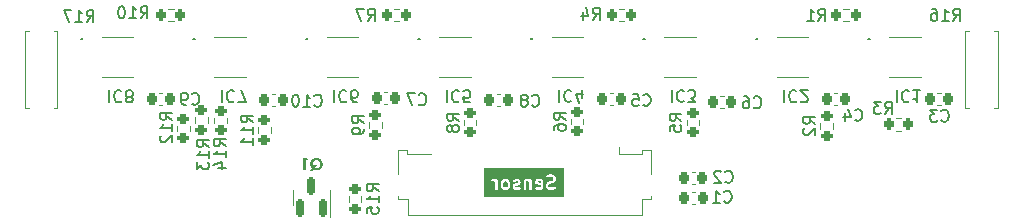
<source format=gbo>
G04 #@! TF.GenerationSoftware,KiCad,Pcbnew,7.0.1*
G04 #@! TF.CreationDate,2023-11-28T21:46:24+01:00*
G04 #@! TF.ProjectId,Qtr-8-SN,5174722d-382d-4534-9e2e-6b696361645f,rev?*
G04 #@! TF.SameCoordinates,Original*
G04 #@! TF.FileFunction,Legend,Bot*
G04 #@! TF.FilePolarity,Positive*
%FSLAX46Y46*%
G04 Gerber Fmt 4.6, Leading zero omitted, Abs format (unit mm)*
G04 Created by KiCad (PCBNEW 7.0.1) date 2023-11-28 21:46:24*
%MOMM*%
%LPD*%
G01*
G04 APERTURE LIST*
G04 Aperture macros list*
%AMRoundRect*
0 Rectangle with rounded corners*
0 $1 Rounding radius*
0 $2 $3 $4 $5 $6 $7 $8 $9 X,Y pos of 4 corners*
0 Add a 4 corners polygon primitive as box body*
4,1,4,$2,$3,$4,$5,$6,$7,$8,$9,$2,$3,0*
0 Add four circle primitives for the rounded corners*
1,1,$1+$1,$2,$3*
1,1,$1+$1,$4,$5*
1,1,$1+$1,$6,$7*
1,1,$1+$1,$8,$9*
0 Add four rect primitives between the rounded corners*
20,1,$1+$1,$2,$3,$4,$5,0*
20,1,$1+$1,$4,$5,$6,$7,0*
20,1,$1+$1,$6,$7,$8,$9,0*
20,1,$1+$1,$8,$9,$2,$3,0*%
G04 Aperture macros list end*
%ADD10C,0.200000*%
%ADD11C,0.120000*%
%ADD12C,0.100000*%
%ADD13C,2.100000*%
%ADD14RoundRect,0.200000X-0.275000X0.200000X-0.275000X-0.200000X0.275000X-0.200000X0.275000X0.200000X0*%
%ADD15RoundRect,0.225000X-0.225000X-0.250000X0.225000X-0.250000X0.225000X0.250000X-0.225000X0.250000X0*%
%ADD16R,1.000000X1.000000*%
%ADD17RoundRect,0.200000X0.200000X0.275000X-0.200000X0.275000X-0.200000X-0.275000X0.200000X-0.275000X0*%
%ADD18RoundRect,0.225000X0.225000X0.250000X-0.225000X0.250000X-0.225000X-0.250000X0.225000X-0.250000X0*%
%ADD19RoundRect,0.150000X0.150000X-0.587500X0.150000X0.587500X-0.150000X0.587500X-0.150000X-0.587500X0*%
%ADD20C,1.600000*%
%ADD21O,1.600000X1.600000*%
%ADD22R,0.400000X1.000000*%
%ADD23R,2.000000X1.300000*%
G04 APERTURE END LIST*
D10*
X118361819Y-138478733D02*
X117885628Y-138145400D01*
X118361819Y-137907305D02*
X117361819Y-137907305D01*
X117361819Y-137907305D02*
X117361819Y-138288257D01*
X117361819Y-138288257D02*
X117409438Y-138383495D01*
X117409438Y-138383495D02*
X117457057Y-138431114D01*
X117457057Y-138431114D02*
X117552295Y-138478733D01*
X117552295Y-138478733D02*
X117695152Y-138478733D01*
X117695152Y-138478733D02*
X117790390Y-138431114D01*
X117790390Y-138431114D02*
X117838009Y-138383495D01*
X117838009Y-138383495D02*
X117885628Y-138288257D01*
X117885628Y-138288257D02*
X117885628Y-137907305D01*
X117457057Y-138859686D02*
X117409438Y-138907305D01*
X117409438Y-138907305D02*
X117361819Y-139002543D01*
X117361819Y-139002543D02*
X117361819Y-139240638D01*
X117361819Y-139240638D02*
X117409438Y-139335876D01*
X117409438Y-139335876D02*
X117457057Y-139383495D01*
X117457057Y-139383495D02*
X117552295Y-139431114D01*
X117552295Y-139431114D02*
X117647533Y-139431114D01*
X117647533Y-139431114D02*
X117790390Y-139383495D01*
X117790390Y-139383495D02*
X118361819Y-138812067D01*
X118361819Y-138812067D02*
X118361819Y-139431114D01*
X84799466Y-136816180D02*
X84847085Y-136863800D01*
X84847085Y-136863800D02*
X84989942Y-136911419D01*
X84989942Y-136911419D02*
X85085180Y-136911419D01*
X85085180Y-136911419D02*
X85228037Y-136863800D01*
X85228037Y-136863800D02*
X85323275Y-136768561D01*
X85323275Y-136768561D02*
X85370894Y-136673323D01*
X85370894Y-136673323D02*
X85418513Y-136482847D01*
X85418513Y-136482847D02*
X85418513Y-136339990D01*
X85418513Y-136339990D02*
X85370894Y-136149514D01*
X85370894Y-136149514D02*
X85323275Y-136054276D01*
X85323275Y-136054276D02*
X85228037Y-135959038D01*
X85228037Y-135959038D02*
X85085180Y-135911419D01*
X85085180Y-135911419D02*
X84989942Y-135911419D01*
X84989942Y-135911419D02*
X84847085Y-135959038D01*
X84847085Y-135959038D02*
X84799466Y-136006657D01*
X84466132Y-135911419D02*
X83799466Y-135911419D01*
X83799466Y-135911419D02*
X84228037Y-136911419D01*
X96670410Y-135633980D02*
X96670410Y-136633980D01*
X97718028Y-135729219D02*
X97670409Y-135681600D01*
X97670409Y-135681600D02*
X97527552Y-135633980D01*
X97527552Y-135633980D02*
X97432314Y-135633980D01*
X97432314Y-135633980D02*
X97289457Y-135681600D01*
X97289457Y-135681600D02*
X97194219Y-135776838D01*
X97194219Y-135776838D02*
X97146600Y-135872076D01*
X97146600Y-135872076D02*
X97098981Y-136062552D01*
X97098981Y-136062552D02*
X97098981Y-136205409D01*
X97098981Y-136205409D02*
X97146600Y-136395885D01*
X97146600Y-136395885D02*
X97194219Y-136491123D01*
X97194219Y-136491123D02*
X97289457Y-136586361D01*
X97289457Y-136586361D02*
X97432314Y-136633980D01*
X97432314Y-136633980D02*
X97527552Y-136633980D01*
X97527552Y-136633980D02*
X97670409Y-136586361D01*
X97670409Y-136586361D02*
X97718028Y-136538742D01*
X98575171Y-136300647D02*
X98575171Y-135633980D01*
X98337076Y-136681600D02*
X98098981Y-135967314D01*
X98098981Y-135967314D02*
X98718028Y-135967314D01*
X113170666Y-137070180D02*
X113218285Y-137117800D01*
X113218285Y-137117800D02*
X113361142Y-137165419D01*
X113361142Y-137165419D02*
X113456380Y-137165419D01*
X113456380Y-137165419D02*
X113599237Y-137117800D01*
X113599237Y-137117800D02*
X113694475Y-137022561D01*
X113694475Y-137022561D02*
X113742094Y-136927323D01*
X113742094Y-136927323D02*
X113789713Y-136736847D01*
X113789713Y-136736847D02*
X113789713Y-136593990D01*
X113789713Y-136593990D02*
X113742094Y-136403514D01*
X113742094Y-136403514D02*
X113694475Y-136308276D01*
X113694475Y-136308276D02*
X113599237Y-136213038D01*
X113599237Y-136213038D02*
X113456380Y-136165419D01*
X113456380Y-136165419D02*
X113361142Y-136165419D01*
X113361142Y-136165419D02*
X113218285Y-136213038D01*
X113218285Y-136213038D02*
X113170666Y-136260657D01*
X112313523Y-136165419D02*
X112503999Y-136165419D01*
X112503999Y-136165419D02*
X112599237Y-136213038D01*
X112599237Y-136213038D02*
X112646856Y-136260657D01*
X112646856Y-136260657D02*
X112742094Y-136403514D01*
X112742094Y-136403514D02*
X112789713Y-136593990D01*
X112789713Y-136593990D02*
X112789713Y-136974942D01*
X112789713Y-136974942D02*
X112742094Y-137070180D01*
X112742094Y-137070180D02*
X112694475Y-137117800D01*
X112694475Y-137117800D02*
X112599237Y-137165419D01*
X112599237Y-137165419D02*
X112408761Y-137165419D01*
X112408761Y-137165419D02*
X112313523Y-137117800D01*
X112313523Y-137117800D02*
X112265904Y-137070180D01*
X112265904Y-137070180D02*
X112218285Y-136974942D01*
X112218285Y-136974942D02*
X112218285Y-136736847D01*
X112218285Y-136736847D02*
X112265904Y-136641609D01*
X112265904Y-136641609D02*
X112313523Y-136593990D01*
X112313523Y-136593990D02*
X112408761Y-136546371D01*
X112408761Y-136546371D02*
X112599237Y-136546371D01*
X112599237Y-136546371D02*
X112694475Y-136593990D01*
X112694475Y-136593990D02*
X112742094Y-136641609D01*
X112742094Y-136641609D02*
X112789713Y-136736847D01*
X65597066Y-136765380D02*
X65644685Y-136813000D01*
X65644685Y-136813000D02*
X65787542Y-136860619D01*
X65787542Y-136860619D02*
X65882780Y-136860619D01*
X65882780Y-136860619D02*
X66025637Y-136813000D01*
X66025637Y-136813000D02*
X66120875Y-136717761D01*
X66120875Y-136717761D02*
X66168494Y-136622523D01*
X66168494Y-136622523D02*
X66216113Y-136432047D01*
X66216113Y-136432047D02*
X66216113Y-136289190D01*
X66216113Y-136289190D02*
X66168494Y-136098714D01*
X66168494Y-136098714D02*
X66120875Y-136003476D01*
X66120875Y-136003476D02*
X66025637Y-135908238D01*
X66025637Y-135908238D02*
X65882780Y-135860619D01*
X65882780Y-135860619D02*
X65787542Y-135860619D01*
X65787542Y-135860619D02*
X65644685Y-135908238D01*
X65644685Y-135908238D02*
X65597066Y-135955857D01*
X65120875Y-136860619D02*
X64930399Y-136860619D01*
X64930399Y-136860619D02*
X64835161Y-136813000D01*
X64835161Y-136813000D02*
X64787542Y-136765380D01*
X64787542Y-136765380D02*
X64692304Y-136622523D01*
X64692304Y-136622523D02*
X64644685Y-136432047D01*
X64644685Y-136432047D02*
X64644685Y-136051095D01*
X64644685Y-136051095D02*
X64692304Y-135955857D01*
X64692304Y-135955857D02*
X64739923Y-135908238D01*
X64739923Y-135908238D02*
X64835161Y-135860619D01*
X64835161Y-135860619D02*
X65025637Y-135860619D01*
X65025637Y-135860619D02*
X65120875Y-135908238D01*
X65120875Y-135908238D02*
X65168494Y-135955857D01*
X65168494Y-135955857D02*
X65216113Y-136051095D01*
X65216113Y-136051095D02*
X65216113Y-136289190D01*
X65216113Y-136289190D02*
X65168494Y-136384428D01*
X65168494Y-136384428D02*
X65120875Y-136432047D01*
X65120875Y-136432047D02*
X65025637Y-136479666D01*
X65025637Y-136479666D02*
X64835161Y-136479666D01*
X64835161Y-136479666D02*
X64739923Y-136432047D01*
X64739923Y-136432047D02*
X64692304Y-136384428D01*
X64692304Y-136384428D02*
X64644685Y-136289190D01*
X118632266Y-129748619D02*
X118965599Y-129272428D01*
X119203694Y-129748619D02*
X119203694Y-128748619D01*
X119203694Y-128748619D02*
X118822742Y-128748619D01*
X118822742Y-128748619D02*
X118727504Y-128796238D01*
X118727504Y-128796238D02*
X118679885Y-128843857D01*
X118679885Y-128843857D02*
X118632266Y-128939095D01*
X118632266Y-128939095D02*
X118632266Y-129081952D01*
X118632266Y-129081952D02*
X118679885Y-129177190D01*
X118679885Y-129177190D02*
X118727504Y-129224809D01*
X118727504Y-129224809D02*
X118822742Y-129272428D01*
X118822742Y-129272428D02*
X119203694Y-129272428D01*
X117679885Y-129748619D02*
X118251313Y-129748619D01*
X117965599Y-129748619D02*
X117965599Y-128748619D01*
X117965599Y-128748619D02*
X118060837Y-128891476D01*
X118060837Y-128891476D02*
X118156075Y-128986714D01*
X118156075Y-128986714D02*
X118251313Y-129034333D01*
X68433019Y-140377942D02*
X67956828Y-140044609D01*
X68433019Y-139806514D02*
X67433019Y-139806514D01*
X67433019Y-139806514D02*
X67433019Y-140187466D01*
X67433019Y-140187466D02*
X67480638Y-140282704D01*
X67480638Y-140282704D02*
X67528257Y-140330323D01*
X67528257Y-140330323D02*
X67623495Y-140377942D01*
X67623495Y-140377942D02*
X67766352Y-140377942D01*
X67766352Y-140377942D02*
X67861590Y-140330323D01*
X67861590Y-140330323D02*
X67909209Y-140282704D01*
X67909209Y-140282704D02*
X67956828Y-140187466D01*
X67956828Y-140187466D02*
X67956828Y-139806514D01*
X68433019Y-141330323D02*
X68433019Y-140758895D01*
X68433019Y-141044609D02*
X67433019Y-141044609D01*
X67433019Y-141044609D02*
X67575876Y-140949371D01*
X67575876Y-140949371D02*
X67671114Y-140854133D01*
X67671114Y-140854133D02*
X67718733Y-140758895D01*
X67766352Y-142187466D02*
X68433019Y-142187466D01*
X67385400Y-141949371D02*
X68099685Y-141711276D01*
X68099685Y-141711276D02*
X68099685Y-142330323D01*
X125245410Y-135644980D02*
X125245410Y-136644980D01*
X126293028Y-135740219D02*
X126245409Y-135692600D01*
X126245409Y-135692600D02*
X126102552Y-135644980D01*
X126102552Y-135644980D02*
X126007314Y-135644980D01*
X126007314Y-135644980D02*
X125864457Y-135692600D01*
X125864457Y-135692600D02*
X125769219Y-135787838D01*
X125769219Y-135787838D02*
X125721600Y-135883076D01*
X125721600Y-135883076D02*
X125673981Y-136073552D01*
X125673981Y-136073552D02*
X125673981Y-136216409D01*
X125673981Y-136216409D02*
X125721600Y-136406885D01*
X125721600Y-136406885D02*
X125769219Y-136502123D01*
X125769219Y-136502123D02*
X125864457Y-136597361D01*
X125864457Y-136597361D02*
X126007314Y-136644980D01*
X126007314Y-136644980D02*
X126102552Y-136644980D01*
X126102552Y-136644980D02*
X126245409Y-136597361D01*
X126245409Y-136597361D02*
X126293028Y-136549742D01*
X127245409Y-135644980D02*
X126673981Y-135644980D01*
X126959695Y-135644980D02*
X126959695Y-136644980D01*
X126959695Y-136644980D02*
X126864457Y-136502123D01*
X126864457Y-136502123D02*
X126769219Y-136406885D01*
X126769219Y-136406885D02*
X126673981Y-136359266D01*
X110656666Y-145045780D02*
X110704285Y-145093400D01*
X110704285Y-145093400D02*
X110847142Y-145141019D01*
X110847142Y-145141019D02*
X110942380Y-145141019D01*
X110942380Y-145141019D02*
X111085237Y-145093400D01*
X111085237Y-145093400D02*
X111180475Y-144998161D01*
X111180475Y-144998161D02*
X111228094Y-144902923D01*
X111228094Y-144902923D02*
X111275713Y-144712447D01*
X111275713Y-144712447D02*
X111275713Y-144569590D01*
X111275713Y-144569590D02*
X111228094Y-144379114D01*
X111228094Y-144379114D02*
X111180475Y-144283876D01*
X111180475Y-144283876D02*
X111085237Y-144188638D01*
X111085237Y-144188638D02*
X110942380Y-144141019D01*
X110942380Y-144141019D02*
X110847142Y-144141019D01*
X110847142Y-144141019D02*
X110704285Y-144188638D01*
X110704285Y-144188638D02*
X110656666Y-144236257D01*
X109704285Y-145141019D02*
X110275713Y-145141019D01*
X109989999Y-145141019D02*
X109989999Y-144141019D01*
X109989999Y-144141019D02*
X110085237Y-144283876D01*
X110085237Y-144283876D02*
X110180475Y-144379114D01*
X110180475Y-144379114D02*
X110275713Y-144426733D01*
X107033419Y-138212533D02*
X106557228Y-137879200D01*
X107033419Y-137641105D02*
X106033419Y-137641105D01*
X106033419Y-137641105D02*
X106033419Y-138022057D01*
X106033419Y-138022057D02*
X106081038Y-138117295D01*
X106081038Y-138117295D02*
X106128657Y-138164914D01*
X106128657Y-138164914D02*
X106223895Y-138212533D01*
X106223895Y-138212533D02*
X106366752Y-138212533D01*
X106366752Y-138212533D02*
X106461990Y-138164914D01*
X106461990Y-138164914D02*
X106509609Y-138117295D01*
X106509609Y-138117295D02*
X106557228Y-138022057D01*
X106557228Y-138022057D02*
X106557228Y-137641105D01*
X106033419Y-139117295D02*
X106033419Y-138641105D01*
X106033419Y-138641105D02*
X106509609Y-138593486D01*
X106509609Y-138593486D02*
X106461990Y-138641105D01*
X106461990Y-138641105D02*
X106414371Y-138736343D01*
X106414371Y-138736343D02*
X106414371Y-138974438D01*
X106414371Y-138974438D02*
X106461990Y-139069676D01*
X106461990Y-139069676D02*
X106509609Y-139117295D01*
X106509609Y-139117295D02*
X106604847Y-139164914D01*
X106604847Y-139164914D02*
X106842942Y-139164914D01*
X106842942Y-139164914D02*
X106938180Y-139117295D01*
X106938180Y-139117295D02*
X106985800Y-139069676D01*
X106985800Y-139069676D02*
X107033419Y-138974438D01*
X107033419Y-138974438D02*
X107033419Y-138736343D01*
X107033419Y-138736343D02*
X106985800Y-138641105D01*
X106985800Y-138641105D02*
X106938180Y-138593486D01*
X129046266Y-138187780D02*
X129093885Y-138235400D01*
X129093885Y-138235400D02*
X129236742Y-138283019D01*
X129236742Y-138283019D02*
X129331980Y-138283019D01*
X129331980Y-138283019D02*
X129474837Y-138235400D01*
X129474837Y-138235400D02*
X129570075Y-138140161D01*
X129570075Y-138140161D02*
X129617694Y-138044923D01*
X129617694Y-138044923D02*
X129665313Y-137854447D01*
X129665313Y-137854447D02*
X129665313Y-137711590D01*
X129665313Y-137711590D02*
X129617694Y-137521114D01*
X129617694Y-137521114D02*
X129570075Y-137425876D01*
X129570075Y-137425876D02*
X129474837Y-137330638D01*
X129474837Y-137330638D02*
X129331980Y-137283019D01*
X129331980Y-137283019D02*
X129236742Y-137283019D01*
X129236742Y-137283019D02*
X129093885Y-137330638D01*
X129093885Y-137330638D02*
X129046266Y-137378257D01*
X128712932Y-137283019D02*
X128093885Y-137283019D01*
X128093885Y-137283019D02*
X128427218Y-137663971D01*
X128427218Y-137663971D02*
X128284361Y-137663971D01*
X128284361Y-137663971D02*
X128189123Y-137711590D01*
X128189123Y-137711590D02*
X128141504Y-137759209D01*
X128141504Y-137759209D02*
X128093885Y-137854447D01*
X128093885Y-137854447D02*
X128093885Y-138092542D01*
X128093885Y-138092542D02*
X128141504Y-138187780D01*
X128141504Y-138187780D02*
X128189123Y-138235400D01*
X128189123Y-138235400D02*
X128284361Y-138283019D01*
X128284361Y-138283019D02*
X128570075Y-138283019D01*
X128570075Y-138283019D02*
X128665313Y-138235400D01*
X128665313Y-138235400D02*
X128712932Y-138187780D01*
G36*
X76147468Y-141369593D02*
G01*
X76164869Y-141370421D01*
X76182128Y-141371799D01*
X76199243Y-141373729D01*
X76216215Y-141376211D01*
X76233044Y-141379244D01*
X76249729Y-141382828D01*
X76266272Y-141386964D01*
X76282672Y-141391652D01*
X76298928Y-141396890D01*
X76315042Y-141402681D01*
X76331012Y-141409022D01*
X76346839Y-141415916D01*
X76362523Y-141423360D01*
X76378064Y-141431356D01*
X76393462Y-141439904D01*
X76408583Y-141448889D01*
X76423294Y-141458260D01*
X76437594Y-141468017D01*
X76451485Y-141478158D01*
X76464965Y-141488686D01*
X76478035Y-141499598D01*
X76490694Y-141510897D01*
X76502943Y-141522580D01*
X76514783Y-141534649D01*
X76526211Y-141547104D01*
X76537230Y-141559944D01*
X76547838Y-141573169D01*
X76558036Y-141586780D01*
X76567824Y-141600776D01*
X76577202Y-141615158D01*
X76586169Y-141629925D01*
X76594658Y-141644976D01*
X76602598Y-141660211D01*
X76609991Y-141675629D01*
X76616837Y-141691230D01*
X76623135Y-141707014D01*
X76628885Y-141722981D01*
X76634088Y-141739132D01*
X76638743Y-141755466D01*
X76642850Y-141771983D01*
X76646409Y-141788683D01*
X76649421Y-141805566D01*
X76651886Y-141822632D01*
X76653803Y-141839882D01*
X76655172Y-141857315D01*
X76655993Y-141874931D01*
X76656267Y-141892730D01*
X76656120Y-141906060D01*
X76655679Y-141919273D01*
X76654945Y-141932371D01*
X76653916Y-141945353D01*
X76652594Y-141958219D01*
X76650978Y-141970969D01*
X76649067Y-141983603D01*
X76646864Y-141996121D01*
X76644366Y-142008523D01*
X76641574Y-142020810D01*
X76638489Y-142032980D01*
X76635109Y-142045035D01*
X76631436Y-142056973D01*
X76627469Y-142068796D01*
X76623208Y-142080503D01*
X76618654Y-142092093D01*
X76613805Y-142103568D01*
X76608662Y-142114927D01*
X76603226Y-142126170D01*
X76597496Y-142137297D01*
X76591472Y-142148309D01*
X76585154Y-142159204D01*
X76578542Y-142169983D01*
X76571637Y-142180647D01*
X76564437Y-142191194D01*
X76556944Y-142201626D01*
X76549157Y-142211941D01*
X76541076Y-142222141D01*
X76532701Y-142232225D01*
X76524032Y-142242193D01*
X76515070Y-142252045D01*
X76505813Y-142261781D01*
X76496335Y-142271308D01*
X76486706Y-142280532D01*
X76476927Y-142289454D01*
X76466998Y-142298074D01*
X76456918Y-142306391D01*
X76446688Y-142314406D01*
X76436308Y-142322118D01*
X76425778Y-142329528D01*
X76415097Y-142336635D01*
X76404267Y-142343440D01*
X76393285Y-142349943D01*
X76382154Y-142356143D01*
X76370872Y-142362040D01*
X76359440Y-142367636D01*
X76347858Y-142372928D01*
X76336126Y-142377919D01*
X76324243Y-142382606D01*
X76312210Y-142386992D01*
X76300027Y-142391075D01*
X76287693Y-142394855D01*
X76275209Y-142398333D01*
X76262575Y-142401509D01*
X76249791Y-142404382D01*
X76236856Y-142406953D01*
X76223771Y-142409221D01*
X76210536Y-142411187D01*
X76197151Y-142412851D01*
X76183615Y-142414212D01*
X76169929Y-142415270D01*
X76156093Y-142416026D01*
X76142106Y-142416480D01*
X76127970Y-142416631D01*
X76111063Y-142416388D01*
X76094356Y-142415658D01*
X76077846Y-142414441D01*
X76061536Y-142412738D01*
X76045423Y-142410549D01*
X76029509Y-142407873D01*
X76013794Y-142404710D01*
X75998277Y-142401061D01*
X75982958Y-142396925D01*
X75967838Y-142392302D01*
X75952916Y-142387193D01*
X75938193Y-142381597D01*
X75923668Y-142375515D01*
X75909342Y-142368946D01*
X75895214Y-142361891D01*
X75881284Y-142354349D01*
X75792136Y-142463526D01*
X75564013Y-142463526D01*
X75739868Y-142249325D01*
X75731663Y-142240035D01*
X75723719Y-142230636D01*
X75716035Y-142221129D01*
X75708612Y-142211513D01*
X75701450Y-142201788D01*
X75694547Y-142191954D01*
X75687906Y-142182012D01*
X75681524Y-142171961D01*
X75675403Y-142161801D01*
X75669543Y-142151532D01*
X75663943Y-142141155D01*
X75658604Y-142130668D01*
X75653525Y-142120073D01*
X75648706Y-142109370D01*
X75644148Y-142098557D01*
X75639850Y-142087636D01*
X75635813Y-142076606D01*
X75632036Y-142065467D01*
X75628520Y-142054219D01*
X75625264Y-142042863D01*
X75622269Y-142031398D01*
X75619534Y-142019824D01*
X75617060Y-142008142D01*
X75614846Y-141996350D01*
X75612892Y-141984450D01*
X75611199Y-141972441D01*
X75609767Y-141960323D01*
X75608595Y-141948097D01*
X75607683Y-141935762D01*
X75607032Y-141923318D01*
X75606641Y-141910765D01*
X75606511Y-141898103D01*
X75606519Y-141897371D01*
X75798975Y-141897371D01*
X75799213Y-141910912D01*
X75799929Y-141924302D01*
X75801121Y-141937542D01*
X75802791Y-141950631D01*
X75804937Y-141963569D01*
X75807561Y-141976357D01*
X75810662Y-141988993D01*
X75814240Y-142001479D01*
X75818295Y-142013814D01*
X75822826Y-142025999D01*
X75827835Y-142038033D01*
X75833321Y-142049916D01*
X75839284Y-142061648D01*
X75845724Y-142073229D01*
X75852641Y-142084660D01*
X75860035Y-142095940D01*
X75950894Y-141978948D01*
X76180238Y-141978948D01*
X75999498Y-142203896D01*
X76007101Y-142206942D01*
X76018624Y-142211143D01*
X76030288Y-142214902D01*
X76042094Y-142218218D01*
X76054041Y-142221093D01*
X76066131Y-142223525D01*
X76078362Y-142225515D01*
X76090734Y-142227063D01*
X76103249Y-142228168D01*
X76115905Y-142228831D01*
X76128702Y-142229053D01*
X76143533Y-142228762D01*
X76158168Y-142227889D01*
X76172606Y-142226434D01*
X76186847Y-142224397D01*
X76200892Y-142221778D01*
X76214741Y-142218577D01*
X76228393Y-142214794D01*
X76241848Y-142210429D01*
X76255107Y-142205482D01*
X76268169Y-142199953D01*
X76281035Y-142193842D01*
X76293704Y-142187150D01*
X76306176Y-142179875D01*
X76318452Y-142172018D01*
X76330532Y-142163579D01*
X76342415Y-142154558D01*
X76356966Y-142142353D01*
X76370579Y-142129611D01*
X76383253Y-142116334D01*
X76394988Y-142102519D01*
X76405784Y-142088169D01*
X76415642Y-142073283D01*
X76424561Y-142057860D01*
X76432540Y-142041901D01*
X76439582Y-142025406D01*
X76445684Y-142008375D01*
X76450847Y-141990808D01*
X76455072Y-141972704D01*
X76458358Y-141954065D01*
X76460705Y-141934889D01*
X76461526Y-141925100D01*
X76462113Y-141915177D01*
X76462465Y-141905119D01*
X76462582Y-141894928D01*
X76462209Y-141876750D01*
X76461090Y-141858975D01*
X76459225Y-141841602D01*
X76456614Y-141824632D01*
X76453256Y-141808065D01*
X76449153Y-141791900D01*
X76444303Y-141776138D01*
X76438708Y-141760778D01*
X76432366Y-141745821D01*
X76425278Y-141731267D01*
X76417444Y-141717115D01*
X76408864Y-141703366D01*
X76399538Y-141690019D01*
X76389466Y-141677075D01*
X76378648Y-141664534D01*
X76367083Y-141652395D01*
X76354967Y-141640831D01*
X76342491Y-141630013D01*
X76329657Y-141619940D01*
X76316464Y-141610614D01*
X76302912Y-141602034D01*
X76289002Y-141594200D01*
X76274733Y-141587113D01*
X76260105Y-141580771D01*
X76245118Y-141575175D01*
X76229773Y-141570326D01*
X76214069Y-141566222D01*
X76198006Y-141562865D01*
X76181585Y-141560254D01*
X76164805Y-141558388D01*
X76147666Y-141557269D01*
X76130168Y-141556896D01*
X76113139Y-141557285D01*
X76096428Y-141558449D01*
X76080036Y-141560391D01*
X76063963Y-141563109D01*
X76048208Y-141566604D01*
X76032772Y-141570875D01*
X76017655Y-141575923D01*
X76002856Y-141581748D01*
X75988376Y-141588349D01*
X75974215Y-141595727D01*
X75960372Y-141603881D01*
X75946848Y-141612813D01*
X75933643Y-141622520D01*
X75920756Y-141633005D01*
X75908188Y-141644266D01*
X75895939Y-141656303D01*
X75884197Y-141668865D01*
X75873213Y-141681762D01*
X75862986Y-141694992D01*
X75853517Y-141708556D01*
X75844805Y-141722454D01*
X75836851Y-141736686D01*
X75829655Y-141751252D01*
X75823216Y-141766151D01*
X75817534Y-141781385D01*
X75812610Y-141796953D01*
X75808444Y-141812854D01*
X75805035Y-141829090D01*
X75802383Y-141845659D01*
X75800490Y-141862562D01*
X75799353Y-141879800D01*
X75798975Y-141897371D01*
X75606519Y-141897371D01*
X75606662Y-141884354D01*
X75607114Y-141870736D01*
X75607868Y-141857249D01*
X75608923Y-141843893D01*
X75610280Y-141830668D01*
X75611938Y-141817575D01*
X75613898Y-141804613D01*
X75616159Y-141791782D01*
X75618721Y-141779082D01*
X75621586Y-141766513D01*
X75624751Y-141754075D01*
X75628218Y-141741769D01*
X75631987Y-141729594D01*
X75636057Y-141717550D01*
X75640428Y-141705637D01*
X75645102Y-141693855D01*
X75650076Y-141682205D01*
X75655352Y-141670686D01*
X75660930Y-141659298D01*
X75666809Y-141648041D01*
X75672989Y-141636915D01*
X75679471Y-141625921D01*
X75686255Y-141615057D01*
X75693340Y-141604325D01*
X75700726Y-141593724D01*
X75708414Y-141583254D01*
X75716403Y-141572916D01*
X75724694Y-141562708D01*
X75733287Y-141552632D01*
X75742180Y-141542687D01*
X75751376Y-141532873D01*
X75760873Y-141523191D01*
X75770564Y-141513724D01*
X75780375Y-141504558D01*
X75790304Y-141495692D01*
X75800352Y-141487127D01*
X75810519Y-141478862D01*
X75820805Y-141470898D01*
X75831209Y-141463234D01*
X75841732Y-141455871D01*
X75852374Y-141448809D01*
X75863135Y-141442047D01*
X75874015Y-141435585D01*
X75885013Y-141429424D01*
X75896130Y-141423564D01*
X75907366Y-141418004D01*
X75918721Y-141412745D01*
X75930194Y-141407786D01*
X75941786Y-141403128D01*
X75953497Y-141398770D01*
X75965327Y-141394713D01*
X75977276Y-141390956D01*
X75989343Y-141387500D01*
X76001529Y-141384344D01*
X76013834Y-141381489D01*
X76026258Y-141378935D01*
X76038800Y-141376681D01*
X76051462Y-141374727D01*
X76064242Y-141373074D01*
X76077140Y-141371722D01*
X76090158Y-141370670D01*
X76103294Y-141369919D01*
X76116550Y-141369468D01*
X76129924Y-141369318D01*
X76147468Y-141369593D01*
G37*
G36*
X75315374Y-141384949D02*
G01*
X75027656Y-141384949D01*
X75027656Y-142401000D01*
X75218654Y-142401000D01*
X75218654Y-141556896D01*
X75426748Y-141556896D01*
X75315374Y-141384949D01*
G37*
X124271066Y-137622619D02*
X124604399Y-137146428D01*
X124842494Y-137622619D02*
X124842494Y-136622619D01*
X124842494Y-136622619D02*
X124461542Y-136622619D01*
X124461542Y-136622619D02*
X124366304Y-136670238D01*
X124366304Y-136670238D02*
X124318685Y-136717857D01*
X124318685Y-136717857D02*
X124271066Y-136813095D01*
X124271066Y-136813095D02*
X124271066Y-136955952D01*
X124271066Y-136955952D02*
X124318685Y-137051190D01*
X124318685Y-137051190D02*
X124366304Y-137098809D01*
X124366304Y-137098809D02*
X124461542Y-137146428D01*
X124461542Y-137146428D02*
X124842494Y-137146428D01*
X123937732Y-136622619D02*
X123318685Y-136622619D01*
X123318685Y-136622619D02*
X123652018Y-137003571D01*
X123652018Y-137003571D02*
X123509161Y-137003571D01*
X123509161Y-137003571D02*
X123413923Y-137051190D01*
X123413923Y-137051190D02*
X123366304Y-137098809D01*
X123366304Y-137098809D02*
X123318685Y-137194047D01*
X123318685Y-137194047D02*
X123318685Y-137432142D01*
X123318685Y-137432142D02*
X123366304Y-137527380D01*
X123366304Y-137527380D02*
X123413923Y-137575000D01*
X123413923Y-137575000D02*
X123509161Y-137622619D01*
X123509161Y-137622619D02*
X123794875Y-137622619D01*
X123794875Y-137622619D02*
X123890113Y-137575000D01*
X123890113Y-137575000D02*
X123937732Y-137527380D01*
X97229019Y-138123133D02*
X96752828Y-137789800D01*
X97229019Y-137551705D02*
X96229019Y-137551705D01*
X96229019Y-137551705D02*
X96229019Y-137932657D01*
X96229019Y-137932657D02*
X96276638Y-138027895D01*
X96276638Y-138027895D02*
X96324257Y-138075514D01*
X96324257Y-138075514D02*
X96419495Y-138123133D01*
X96419495Y-138123133D02*
X96562352Y-138123133D01*
X96562352Y-138123133D02*
X96657590Y-138075514D01*
X96657590Y-138075514D02*
X96705209Y-138027895D01*
X96705209Y-138027895D02*
X96752828Y-137932657D01*
X96752828Y-137932657D02*
X96752828Y-137551705D01*
X96229019Y-138980276D02*
X96229019Y-138789800D01*
X96229019Y-138789800D02*
X96276638Y-138694562D01*
X96276638Y-138694562D02*
X96324257Y-138646943D01*
X96324257Y-138646943D02*
X96467114Y-138551705D01*
X96467114Y-138551705D02*
X96657590Y-138504086D01*
X96657590Y-138504086D02*
X97038542Y-138504086D01*
X97038542Y-138504086D02*
X97133780Y-138551705D01*
X97133780Y-138551705D02*
X97181400Y-138599324D01*
X97181400Y-138599324D02*
X97229019Y-138694562D01*
X97229019Y-138694562D02*
X97229019Y-138885038D01*
X97229019Y-138885038D02*
X97181400Y-138980276D01*
X97181400Y-138980276D02*
X97133780Y-139027895D01*
X97133780Y-139027895D02*
X97038542Y-139075514D01*
X97038542Y-139075514D02*
X96800447Y-139075514D01*
X96800447Y-139075514D02*
X96705209Y-139027895D01*
X96705209Y-139027895D02*
X96657590Y-138980276D01*
X96657590Y-138980276D02*
X96609971Y-138885038D01*
X96609971Y-138885038D02*
X96609971Y-138694562D01*
X96609971Y-138694562D02*
X96657590Y-138599324D01*
X96657590Y-138599324D02*
X96705209Y-138551705D01*
X96705209Y-138551705D02*
X96800447Y-138504086D01*
X56675257Y-129850219D02*
X57008590Y-129374028D01*
X57246685Y-129850219D02*
X57246685Y-128850219D01*
X57246685Y-128850219D02*
X56865733Y-128850219D01*
X56865733Y-128850219D02*
X56770495Y-128897838D01*
X56770495Y-128897838D02*
X56722876Y-128945457D01*
X56722876Y-128945457D02*
X56675257Y-129040695D01*
X56675257Y-129040695D02*
X56675257Y-129183552D01*
X56675257Y-129183552D02*
X56722876Y-129278790D01*
X56722876Y-129278790D02*
X56770495Y-129326409D01*
X56770495Y-129326409D02*
X56865733Y-129374028D01*
X56865733Y-129374028D02*
X57246685Y-129374028D01*
X55722876Y-129850219D02*
X56294304Y-129850219D01*
X56008590Y-129850219D02*
X56008590Y-128850219D01*
X56008590Y-128850219D02*
X56103828Y-128993076D01*
X56103828Y-128993076D02*
X56199066Y-129088314D01*
X56199066Y-129088314D02*
X56294304Y-129135933D01*
X55389542Y-128850219D02*
X54722876Y-128850219D01*
X54722876Y-128850219D02*
X55151447Y-129850219D01*
X63911819Y-138142742D02*
X63435628Y-137809409D01*
X63911819Y-137571314D02*
X62911819Y-137571314D01*
X62911819Y-137571314D02*
X62911819Y-137952266D01*
X62911819Y-137952266D02*
X62959438Y-138047504D01*
X62959438Y-138047504D02*
X63007057Y-138095123D01*
X63007057Y-138095123D02*
X63102295Y-138142742D01*
X63102295Y-138142742D02*
X63245152Y-138142742D01*
X63245152Y-138142742D02*
X63340390Y-138095123D01*
X63340390Y-138095123D02*
X63388009Y-138047504D01*
X63388009Y-138047504D02*
X63435628Y-137952266D01*
X63435628Y-137952266D02*
X63435628Y-137571314D01*
X63911819Y-139095123D02*
X63911819Y-138523695D01*
X63911819Y-138809409D02*
X62911819Y-138809409D01*
X62911819Y-138809409D02*
X63054676Y-138714171D01*
X63054676Y-138714171D02*
X63149914Y-138618933D01*
X63149914Y-138618933D02*
X63197533Y-138523695D01*
X63007057Y-139476076D02*
X62959438Y-139523695D01*
X62959438Y-139523695D02*
X62911819Y-139618933D01*
X62911819Y-139618933D02*
X62911819Y-139857028D01*
X62911819Y-139857028D02*
X62959438Y-139952266D01*
X62959438Y-139952266D02*
X63007057Y-139999885D01*
X63007057Y-139999885D02*
X63102295Y-140047504D01*
X63102295Y-140047504D02*
X63197533Y-140047504D01*
X63197533Y-140047504D02*
X63340390Y-139999885D01*
X63340390Y-139999885D02*
X63911819Y-139428457D01*
X63911819Y-139428457D02*
X63911819Y-140047504D01*
X80160219Y-138427933D02*
X79684028Y-138094600D01*
X80160219Y-137856505D02*
X79160219Y-137856505D01*
X79160219Y-137856505D02*
X79160219Y-138237457D01*
X79160219Y-138237457D02*
X79207838Y-138332695D01*
X79207838Y-138332695D02*
X79255457Y-138380314D01*
X79255457Y-138380314D02*
X79350695Y-138427933D01*
X79350695Y-138427933D02*
X79493552Y-138427933D01*
X79493552Y-138427933D02*
X79588790Y-138380314D01*
X79588790Y-138380314D02*
X79636409Y-138332695D01*
X79636409Y-138332695D02*
X79684028Y-138237457D01*
X79684028Y-138237457D02*
X79684028Y-137856505D01*
X80160219Y-138904124D02*
X80160219Y-139094600D01*
X80160219Y-139094600D02*
X80112600Y-139189838D01*
X80112600Y-139189838D02*
X80064980Y-139237457D01*
X80064980Y-139237457D02*
X79922123Y-139332695D01*
X79922123Y-139332695D02*
X79731647Y-139380314D01*
X79731647Y-139380314D02*
X79350695Y-139380314D01*
X79350695Y-139380314D02*
X79255457Y-139332695D01*
X79255457Y-139332695D02*
X79207838Y-139285076D01*
X79207838Y-139285076D02*
X79160219Y-139189838D01*
X79160219Y-139189838D02*
X79160219Y-138999362D01*
X79160219Y-138999362D02*
X79207838Y-138904124D01*
X79207838Y-138904124D02*
X79255457Y-138856505D01*
X79255457Y-138856505D02*
X79350695Y-138808886D01*
X79350695Y-138808886D02*
X79588790Y-138808886D01*
X79588790Y-138808886D02*
X79684028Y-138856505D01*
X79684028Y-138856505D02*
X79731647Y-138904124D01*
X79731647Y-138904124D02*
X79779266Y-138999362D01*
X79779266Y-138999362D02*
X79779266Y-139189838D01*
X79779266Y-139189838D02*
X79731647Y-139285076D01*
X79731647Y-139285076D02*
X79684028Y-139332695D01*
X79684028Y-139332695D02*
X79588790Y-139380314D01*
X110758266Y-143369380D02*
X110805885Y-143417000D01*
X110805885Y-143417000D02*
X110948742Y-143464619D01*
X110948742Y-143464619D02*
X111043980Y-143464619D01*
X111043980Y-143464619D02*
X111186837Y-143417000D01*
X111186837Y-143417000D02*
X111282075Y-143321761D01*
X111282075Y-143321761D02*
X111329694Y-143226523D01*
X111329694Y-143226523D02*
X111377313Y-143036047D01*
X111377313Y-143036047D02*
X111377313Y-142893190D01*
X111377313Y-142893190D02*
X111329694Y-142702714D01*
X111329694Y-142702714D02*
X111282075Y-142607476D01*
X111282075Y-142607476D02*
X111186837Y-142512238D01*
X111186837Y-142512238D02*
X111043980Y-142464619D01*
X111043980Y-142464619D02*
X110948742Y-142464619D01*
X110948742Y-142464619D02*
X110805885Y-142512238D01*
X110805885Y-142512238D02*
X110758266Y-142559857D01*
X110377313Y-142559857D02*
X110329694Y-142512238D01*
X110329694Y-142512238D02*
X110234456Y-142464619D01*
X110234456Y-142464619D02*
X109996361Y-142464619D01*
X109996361Y-142464619D02*
X109901123Y-142512238D01*
X109901123Y-142512238D02*
X109853504Y-142559857D01*
X109853504Y-142559857D02*
X109805885Y-142655095D01*
X109805885Y-142655095D02*
X109805885Y-142750333D01*
X109805885Y-142750333D02*
X109853504Y-142893190D01*
X109853504Y-142893190D02*
X110424932Y-143464619D01*
X110424932Y-143464619D02*
X109805885Y-143464619D01*
X99531466Y-129647019D02*
X99864799Y-129170828D01*
X100102894Y-129647019D02*
X100102894Y-128647019D01*
X100102894Y-128647019D02*
X99721942Y-128647019D01*
X99721942Y-128647019D02*
X99626704Y-128694638D01*
X99626704Y-128694638D02*
X99579085Y-128742257D01*
X99579085Y-128742257D02*
X99531466Y-128837495D01*
X99531466Y-128837495D02*
X99531466Y-128980352D01*
X99531466Y-128980352D02*
X99579085Y-129075590D01*
X99579085Y-129075590D02*
X99626704Y-129123209D01*
X99626704Y-129123209D02*
X99721942Y-129170828D01*
X99721942Y-129170828D02*
X100102894Y-129170828D01*
X98674323Y-128980352D02*
X98674323Y-129647019D01*
X98912418Y-128599400D02*
X99150513Y-129313685D01*
X99150513Y-129313685D02*
X98531466Y-129313685D01*
X88186619Y-138212533D02*
X87710428Y-137879200D01*
X88186619Y-137641105D02*
X87186619Y-137641105D01*
X87186619Y-137641105D02*
X87186619Y-138022057D01*
X87186619Y-138022057D02*
X87234238Y-138117295D01*
X87234238Y-138117295D02*
X87281857Y-138164914D01*
X87281857Y-138164914D02*
X87377095Y-138212533D01*
X87377095Y-138212533D02*
X87519952Y-138212533D01*
X87519952Y-138212533D02*
X87615190Y-138164914D01*
X87615190Y-138164914D02*
X87662809Y-138117295D01*
X87662809Y-138117295D02*
X87710428Y-138022057D01*
X87710428Y-138022057D02*
X87710428Y-137641105D01*
X87615190Y-138783962D02*
X87567571Y-138688724D01*
X87567571Y-138688724D02*
X87519952Y-138641105D01*
X87519952Y-138641105D02*
X87424714Y-138593486D01*
X87424714Y-138593486D02*
X87377095Y-138593486D01*
X87377095Y-138593486D02*
X87281857Y-138641105D01*
X87281857Y-138641105D02*
X87234238Y-138688724D01*
X87234238Y-138688724D02*
X87186619Y-138783962D01*
X87186619Y-138783962D02*
X87186619Y-138974438D01*
X87186619Y-138974438D02*
X87234238Y-139069676D01*
X87234238Y-139069676D02*
X87281857Y-139117295D01*
X87281857Y-139117295D02*
X87377095Y-139164914D01*
X87377095Y-139164914D02*
X87424714Y-139164914D01*
X87424714Y-139164914D02*
X87519952Y-139117295D01*
X87519952Y-139117295D02*
X87567571Y-139069676D01*
X87567571Y-139069676D02*
X87615190Y-138974438D01*
X87615190Y-138974438D02*
X87615190Y-138783962D01*
X87615190Y-138783962D02*
X87662809Y-138688724D01*
X87662809Y-138688724D02*
X87710428Y-138641105D01*
X87710428Y-138641105D02*
X87805666Y-138593486D01*
X87805666Y-138593486D02*
X87996142Y-138593486D01*
X87996142Y-138593486D02*
X88091380Y-138641105D01*
X88091380Y-138641105D02*
X88139000Y-138688724D01*
X88139000Y-138688724D02*
X88186619Y-138783962D01*
X88186619Y-138783962D02*
X88186619Y-138974438D01*
X88186619Y-138974438D02*
X88139000Y-139069676D01*
X88139000Y-139069676D02*
X88091380Y-139117295D01*
X88091380Y-139117295D02*
X87996142Y-139164914D01*
X87996142Y-139164914D02*
X87805666Y-139164914D01*
X87805666Y-139164914D02*
X87710428Y-139117295D01*
X87710428Y-139117295D02*
X87662809Y-139069676D01*
X87662809Y-139069676D02*
X87615190Y-138974438D01*
X94387666Y-136917780D02*
X94435285Y-136965400D01*
X94435285Y-136965400D02*
X94578142Y-137013019D01*
X94578142Y-137013019D02*
X94673380Y-137013019D01*
X94673380Y-137013019D02*
X94816237Y-136965400D01*
X94816237Y-136965400D02*
X94911475Y-136870161D01*
X94911475Y-136870161D02*
X94959094Y-136774923D01*
X94959094Y-136774923D02*
X95006713Y-136584447D01*
X95006713Y-136584447D02*
X95006713Y-136441590D01*
X95006713Y-136441590D02*
X94959094Y-136251114D01*
X94959094Y-136251114D02*
X94911475Y-136155876D01*
X94911475Y-136155876D02*
X94816237Y-136060638D01*
X94816237Y-136060638D02*
X94673380Y-136013019D01*
X94673380Y-136013019D02*
X94578142Y-136013019D01*
X94578142Y-136013019D02*
X94435285Y-136060638D01*
X94435285Y-136060638D02*
X94387666Y-136108257D01*
X93816237Y-136441590D02*
X93911475Y-136393971D01*
X93911475Y-136393971D02*
X93959094Y-136346352D01*
X93959094Y-136346352D02*
X94006713Y-136251114D01*
X94006713Y-136251114D02*
X94006713Y-136203495D01*
X94006713Y-136203495D02*
X93959094Y-136108257D01*
X93959094Y-136108257D02*
X93911475Y-136060638D01*
X93911475Y-136060638D02*
X93816237Y-136013019D01*
X93816237Y-136013019D02*
X93625761Y-136013019D01*
X93625761Y-136013019D02*
X93530523Y-136060638D01*
X93530523Y-136060638D02*
X93482904Y-136108257D01*
X93482904Y-136108257D02*
X93435285Y-136203495D01*
X93435285Y-136203495D02*
X93435285Y-136251114D01*
X93435285Y-136251114D02*
X93482904Y-136346352D01*
X93482904Y-136346352D02*
X93530523Y-136393971D01*
X93530523Y-136393971D02*
X93625761Y-136441590D01*
X93625761Y-136441590D02*
X93816237Y-136441590D01*
X93816237Y-136441590D02*
X93911475Y-136489209D01*
X93911475Y-136489209D02*
X93959094Y-136536828D01*
X93959094Y-136536828D02*
X94006713Y-136632066D01*
X94006713Y-136632066D02*
X94006713Y-136822542D01*
X94006713Y-136822542D02*
X93959094Y-136917780D01*
X93959094Y-136917780D02*
X93911475Y-136965400D01*
X93911475Y-136965400D02*
X93816237Y-137013019D01*
X93816237Y-137013019D02*
X93625761Y-137013019D01*
X93625761Y-137013019D02*
X93530523Y-136965400D01*
X93530523Y-136965400D02*
X93482904Y-136917780D01*
X93482904Y-136917780D02*
X93435285Y-136822542D01*
X93435285Y-136822542D02*
X93435285Y-136632066D01*
X93435285Y-136632066D02*
X93482904Y-136536828D01*
X93482904Y-136536828D02*
X93530523Y-136489209D01*
X93530523Y-136489209D02*
X93625761Y-136441590D01*
X80481466Y-129748619D02*
X80814799Y-129272428D01*
X81052894Y-129748619D02*
X81052894Y-128748619D01*
X81052894Y-128748619D02*
X80671942Y-128748619D01*
X80671942Y-128748619D02*
X80576704Y-128796238D01*
X80576704Y-128796238D02*
X80529085Y-128843857D01*
X80529085Y-128843857D02*
X80481466Y-128939095D01*
X80481466Y-128939095D02*
X80481466Y-129081952D01*
X80481466Y-129081952D02*
X80529085Y-129177190D01*
X80529085Y-129177190D02*
X80576704Y-129224809D01*
X80576704Y-129224809D02*
X80671942Y-129272428D01*
X80671942Y-129272428D02*
X81052894Y-129272428D01*
X80148132Y-128748619D02*
X79481466Y-128748619D01*
X79481466Y-128748619D02*
X79910037Y-129748619D01*
X115720410Y-135644980D02*
X115720410Y-136644980D01*
X116768028Y-135740219D02*
X116720409Y-135692600D01*
X116720409Y-135692600D02*
X116577552Y-135644980D01*
X116577552Y-135644980D02*
X116482314Y-135644980D01*
X116482314Y-135644980D02*
X116339457Y-135692600D01*
X116339457Y-135692600D02*
X116244219Y-135787838D01*
X116244219Y-135787838D02*
X116196600Y-135883076D01*
X116196600Y-135883076D02*
X116148981Y-136073552D01*
X116148981Y-136073552D02*
X116148981Y-136216409D01*
X116148981Y-136216409D02*
X116196600Y-136406885D01*
X116196600Y-136406885D02*
X116244219Y-136502123D01*
X116244219Y-136502123D02*
X116339457Y-136597361D01*
X116339457Y-136597361D02*
X116482314Y-136644980D01*
X116482314Y-136644980D02*
X116577552Y-136644980D01*
X116577552Y-136644980D02*
X116720409Y-136597361D01*
X116720409Y-136597361D02*
X116768028Y-136549742D01*
X117148981Y-136549742D02*
X117196600Y-136597361D01*
X117196600Y-136597361D02*
X117291838Y-136644980D01*
X117291838Y-136644980D02*
X117529933Y-136644980D01*
X117529933Y-136644980D02*
X117625171Y-136597361D01*
X117625171Y-136597361D02*
X117672790Y-136549742D01*
X117672790Y-136549742D02*
X117720409Y-136454504D01*
X117720409Y-136454504D02*
X117720409Y-136359266D01*
X117720409Y-136359266D02*
X117672790Y-136216409D01*
X117672790Y-136216409D02*
X117101362Y-135644980D01*
X117101362Y-135644980D02*
X117720409Y-135644980D01*
X130030457Y-129748619D02*
X130363790Y-129272428D01*
X130601885Y-129748619D02*
X130601885Y-128748619D01*
X130601885Y-128748619D02*
X130220933Y-128748619D01*
X130220933Y-128748619D02*
X130125695Y-128796238D01*
X130125695Y-128796238D02*
X130078076Y-128843857D01*
X130078076Y-128843857D02*
X130030457Y-128939095D01*
X130030457Y-128939095D02*
X130030457Y-129081952D01*
X130030457Y-129081952D02*
X130078076Y-129177190D01*
X130078076Y-129177190D02*
X130125695Y-129224809D01*
X130125695Y-129224809D02*
X130220933Y-129272428D01*
X130220933Y-129272428D02*
X130601885Y-129272428D01*
X129078076Y-129748619D02*
X129649504Y-129748619D01*
X129363790Y-129748619D02*
X129363790Y-128748619D01*
X129363790Y-128748619D02*
X129459028Y-128891476D01*
X129459028Y-128891476D02*
X129554266Y-128986714D01*
X129554266Y-128986714D02*
X129649504Y-129034333D01*
X128220933Y-128748619D02*
X128411409Y-128748619D01*
X128411409Y-128748619D02*
X128506647Y-128796238D01*
X128506647Y-128796238D02*
X128554266Y-128843857D01*
X128554266Y-128843857D02*
X128649504Y-128986714D01*
X128649504Y-128986714D02*
X128697123Y-129177190D01*
X128697123Y-129177190D02*
X128697123Y-129558142D01*
X128697123Y-129558142D02*
X128649504Y-129653380D01*
X128649504Y-129653380D02*
X128601885Y-129701000D01*
X128601885Y-129701000D02*
X128506647Y-129748619D01*
X128506647Y-129748619D02*
X128316171Y-129748619D01*
X128316171Y-129748619D02*
X128220933Y-129701000D01*
X128220933Y-129701000D02*
X128173314Y-129653380D01*
X128173314Y-129653380D02*
X128125695Y-129558142D01*
X128125695Y-129558142D02*
X128125695Y-129320047D01*
X128125695Y-129320047D02*
X128173314Y-129224809D01*
X128173314Y-129224809D02*
X128220933Y-129177190D01*
X128220933Y-129177190D02*
X128316171Y-129129571D01*
X128316171Y-129129571D02*
X128506647Y-129129571D01*
X128506647Y-129129571D02*
X128601885Y-129177190D01*
X128601885Y-129177190D02*
X128649504Y-129224809D01*
X128649504Y-129224809D02*
X128697123Y-129320047D01*
X67010619Y-140428742D02*
X66534428Y-140095409D01*
X67010619Y-139857314D02*
X66010619Y-139857314D01*
X66010619Y-139857314D02*
X66010619Y-140238266D01*
X66010619Y-140238266D02*
X66058238Y-140333504D01*
X66058238Y-140333504D02*
X66105857Y-140381123D01*
X66105857Y-140381123D02*
X66201095Y-140428742D01*
X66201095Y-140428742D02*
X66343952Y-140428742D01*
X66343952Y-140428742D02*
X66439190Y-140381123D01*
X66439190Y-140381123D02*
X66486809Y-140333504D01*
X66486809Y-140333504D02*
X66534428Y-140238266D01*
X66534428Y-140238266D02*
X66534428Y-139857314D01*
X67010619Y-141381123D02*
X67010619Y-140809695D01*
X67010619Y-141095409D02*
X66010619Y-141095409D01*
X66010619Y-141095409D02*
X66153476Y-141000171D01*
X66153476Y-141000171D02*
X66248714Y-140904933D01*
X66248714Y-140904933D02*
X66296333Y-140809695D01*
X66010619Y-141714457D02*
X66010619Y-142333504D01*
X66010619Y-142333504D02*
X66391571Y-142000171D01*
X66391571Y-142000171D02*
X66391571Y-142143028D01*
X66391571Y-142143028D02*
X66439190Y-142238266D01*
X66439190Y-142238266D02*
X66486809Y-142285885D01*
X66486809Y-142285885D02*
X66582047Y-142333504D01*
X66582047Y-142333504D02*
X66820142Y-142333504D01*
X66820142Y-142333504D02*
X66915380Y-142285885D01*
X66915380Y-142285885D02*
X66963000Y-142238266D01*
X66963000Y-142238266D02*
X67010619Y-142143028D01*
X67010619Y-142143028D02*
X67010619Y-141857314D01*
X67010619Y-141857314D02*
X66963000Y-141762076D01*
X66963000Y-141762076D02*
X66915380Y-141714457D01*
X58570410Y-135644980D02*
X58570410Y-136644980D01*
X59618028Y-135740219D02*
X59570409Y-135692600D01*
X59570409Y-135692600D02*
X59427552Y-135644980D01*
X59427552Y-135644980D02*
X59332314Y-135644980D01*
X59332314Y-135644980D02*
X59189457Y-135692600D01*
X59189457Y-135692600D02*
X59094219Y-135787838D01*
X59094219Y-135787838D02*
X59046600Y-135883076D01*
X59046600Y-135883076D02*
X58998981Y-136073552D01*
X58998981Y-136073552D02*
X58998981Y-136216409D01*
X58998981Y-136216409D02*
X59046600Y-136406885D01*
X59046600Y-136406885D02*
X59094219Y-136502123D01*
X59094219Y-136502123D02*
X59189457Y-136597361D01*
X59189457Y-136597361D02*
X59332314Y-136644980D01*
X59332314Y-136644980D02*
X59427552Y-136644980D01*
X59427552Y-136644980D02*
X59570409Y-136597361D01*
X59570409Y-136597361D02*
X59618028Y-136549742D01*
X60189457Y-136216409D02*
X60094219Y-136264028D01*
X60094219Y-136264028D02*
X60046600Y-136311647D01*
X60046600Y-136311647D02*
X59998981Y-136406885D01*
X59998981Y-136406885D02*
X59998981Y-136454504D01*
X59998981Y-136454504D02*
X60046600Y-136549742D01*
X60046600Y-136549742D02*
X60094219Y-136597361D01*
X60094219Y-136597361D02*
X60189457Y-136644980D01*
X60189457Y-136644980D02*
X60379933Y-136644980D01*
X60379933Y-136644980D02*
X60475171Y-136597361D01*
X60475171Y-136597361D02*
X60522790Y-136549742D01*
X60522790Y-136549742D02*
X60570409Y-136454504D01*
X60570409Y-136454504D02*
X60570409Y-136406885D01*
X60570409Y-136406885D02*
X60522790Y-136311647D01*
X60522790Y-136311647D02*
X60475171Y-136264028D01*
X60475171Y-136264028D02*
X60379933Y-136216409D01*
X60379933Y-136216409D02*
X60189457Y-136216409D01*
X60189457Y-136216409D02*
X60094219Y-136168790D01*
X60094219Y-136168790D02*
X60046600Y-136121171D01*
X60046600Y-136121171D02*
X59998981Y-136025933D01*
X59998981Y-136025933D02*
X59998981Y-135835457D01*
X59998981Y-135835457D02*
X60046600Y-135740219D01*
X60046600Y-135740219D02*
X60094219Y-135692600D01*
X60094219Y-135692600D02*
X60189457Y-135644980D01*
X60189457Y-135644980D02*
X60379933Y-135644980D01*
X60379933Y-135644980D02*
X60475171Y-135692600D01*
X60475171Y-135692600D02*
X60522790Y-135740219D01*
X60522790Y-135740219D02*
X60570409Y-135835457D01*
X60570409Y-135835457D02*
X60570409Y-136025933D01*
X60570409Y-136025933D02*
X60522790Y-136121171D01*
X60522790Y-136121171D02*
X60475171Y-136168790D01*
X60475171Y-136168790D02*
X60379933Y-136216409D01*
X87145410Y-135644980D02*
X87145410Y-136644980D01*
X88193028Y-135740219D02*
X88145409Y-135692600D01*
X88145409Y-135692600D02*
X88002552Y-135644980D01*
X88002552Y-135644980D02*
X87907314Y-135644980D01*
X87907314Y-135644980D02*
X87764457Y-135692600D01*
X87764457Y-135692600D02*
X87669219Y-135787838D01*
X87669219Y-135787838D02*
X87621600Y-135883076D01*
X87621600Y-135883076D02*
X87573981Y-136073552D01*
X87573981Y-136073552D02*
X87573981Y-136216409D01*
X87573981Y-136216409D02*
X87621600Y-136406885D01*
X87621600Y-136406885D02*
X87669219Y-136502123D01*
X87669219Y-136502123D02*
X87764457Y-136597361D01*
X87764457Y-136597361D02*
X87907314Y-136644980D01*
X87907314Y-136644980D02*
X88002552Y-136644980D01*
X88002552Y-136644980D02*
X88145409Y-136597361D01*
X88145409Y-136597361D02*
X88193028Y-136549742D01*
X89097790Y-136644980D02*
X88621600Y-136644980D01*
X88621600Y-136644980D02*
X88573981Y-136168790D01*
X88573981Y-136168790D02*
X88621600Y-136216409D01*
X88621600Y-136216409D02*
X88716838Y-136264028D01*
X88716838Y-136264028D02*
X88954933Y-136264028D01*
X88954933Y-136264028D02*
X89050171Y-136216409D01*
X89050171Y-136216409D02*
X89097790Y-136168790D01*
X89097790Y-136168790D02*
X89145409Y-136073552D01*
X89145409Y-136073552D02*
X89145409Y-135835457D01*
X89145409Y-135835457D02*
X89097790Y-135740219D01*
X89097790Y-135740219D02*
X89050171Y-135692600D01*
X89050171Y-135692600D02*
X88954933Y-135644980D01*
X88954933Y-135644980D02*
X88716838Y-135644980D01*
X88716838Y-135644980D02*
X88621600Y-135692600D01*
X88621600Y-135692600D02*
X88573981Y-135740219D01*
X75966257Y-136917780D02*
X76013876Y-136965400D01*
X76013876Y-136965400D02*
X76156733Y-137013019D01*
X76156733Y-137013019D02*
X76251971Y-137013019D01*
X76251971Y-137013019D02*
X76394828Y-136965400D01*
X76394828Y-136965400D02*
X76490066Y-136870161D01*
X76490066Y-136870161D02*
X76537685Y-136774923D01*
X76537685Y-136774923D02*
X76585304Y-136584447D01*
X76585304Y-136584447D02*
X76585304Y-136441590D01*
X76585304Y-136441590D02*
X76537685Y-136251114D01*
X76537685Y-136251114D02*
X76490066Y-136155876D01*
X76490066Y-136155876D02*
X76394828Y-136060638D01*
X76394828Y-136060638D02*
X76251971Y-136013019D01*
X76251971Y-136013019D02*
X76156733Y-136013019D01*
X76156733Y-136013019D02*
X76013876Y-136060638D01*
X76013876Y-136060638D02*
X75966257Y-136108257D01*
X75013876Y-137013019D02*
X75585304Y-137013019D01*
X75299590Y-137013019D02*
X75299590Y-136013019D01*
X75299590Y-136013019D02*
X75394828Y-136155876D01*
X75394828Y-136155876D02*
X75490066Y-136251114D01*
X75490066Y-136251114D02*
X75585304Y-136298733D01*
X74394828Y-136013019D02*
X74299590Y-136013019D01*
X74299590Y-136013019D02*
X74204352Y-136060638D01*
X74204352Y-136060638D02*
X74156733Y-136108257D01*
X74156733Y-136108257D02*
X74109114Y-136203495D01*
X74109114Y-136203495D02*
X74061495Y-136393971D01*
X74061495Y-136393971D02*
X74061495Y-136632066D01*
X74061495Y-136632066D02*
X74109114Y-136822542D01*
X74109114Y-136822542D02*
X74156733Y-136917780D01*
X74156733Y-136917780D02*
X74204352Y-136965400D01*
X74204352Y-136965400D02*
X74299590Y-137013019D01*
X74299590Y-137013019D02*
X74394828Y-137013019D01*
X74394828Y-137013019D02*
X74490066Y-136965400D01*
X74490066Y-136965400D02*
X74537685Y-136917780D01*
X74537685Y-136917780D02*
X74585304Y-136822542D01*
X74585304Y-136822542D02*
X74632923Y-136632066D01*
X74632923Y-136632066D02*
X74632923Y-136393971D01*
X74632923Y-136393971D02*
X74585304Y-136203495D01*
X74585304Y-136203495D02*
X74537685Y-136108257D01*
X74537685Y-136108257D02*
X74490066Y-136060638D01*
X74490066Y-136060638D02*
X74394828Y-136013019D01*
X61247257Y-129545419D02*
X61580590Y-129069228D01*
X61818685Y-129545419D02*
X61818685Y-128545419D01*
X61818685Y-128545419D02*
X61437733Y-128545419D01*
X61437733Y-128545419D02*
X61342495Y-128593038D01*
X61342495Y-128593038D02*
X61294876Y-128640657D01*
X61294876Y-128640657D02*
X61247257Y-128735895D01*
X61247257Y-128735895D02*
X61247257Y-128878752D01*
X61247257Y-128878752D02*
X61294876Y-128973990D01*
X61294876Y-128973990D02*
X61342495Y-129021609D01*
X61342495Y-129021609D02*
X61437733Y-129069228D01*
X61437733Y-129069228D02*
X61818685Y-129069228D01*
X60294876Y-129545419D02*
X60866304Y-129545419D01*
X60580590Y-129545419D02*
X60580590Y-128545419D01*
X60580590Y-128545419D02*
X60675828Y-128688276D01*
X60675828Y-128688276D02*
X60771066Y-128783514D01*
X60771066Y-128783514D02*
X60866304Y-128831133D01*
X59675828Y-128545419D02*
X59580590Y-128545419D01*
X59580590Y-128545419D02*
X59485352Y-128593038D01*
X59485352Y-128593038D02*
X59437733Y-128640657D01*
X59437733Y-128640657D02*
X59390114Y-128735895D01*
X59390114Y-128735895D02*
X59342495Y-128926371D01*
X59342495Y-128926371D02*
X59342495Y-129164466D01*
X59342495Y-129164466D02*
X59390114Y-129354942D01*
X59390114Y-129354942D02*
X59437733Y-129450180D01*
X59437733Y-129450180D02*
X59485352Y-129497800D01*
X59485352Y-129497800D02*
X59580590Y-129545419D01*
X59580590Y-129545419D02*
X59675828Y-129545419D01*
X59675828Y-129545419D02*
X59771066Y-129497800D01*
X59771066Y-129497800D02*
X59818685Y-129450180D01*
X59818685Y-129450180D02*
X59866304Y-129354942D01*
X59866304Y-129354942D02*
X59913923Y-129164466D01*
X59913923Y-129164466D02*
X59913923Y-128926371D01*
X59913923Y-128926371D02*
X59866304Y-128735895D01*
X59866304Y-128735895D02*
X59818685Y-128640657D01*
X59818685Y-128640657D02*
X59771066Y-128593038D01*
X59771066Y-128593038D02*
X59675828Y-128545419D01*
X81387019Y-144187942D02*
X80910828Y-143854609D01*
X81387019Y-143616514D02*
X80387019Y-143616514D01*
X80387019Y-143616514D02*
X80387019Y-143997466D01*
X80387019Y-143997466D02*
X80434638Y-144092704D01*
X80434638Y-144092704D02*
X80482257Y-144140323D01*
X80482257Y-144140323D02*
X80577495Y-144187942D01*
X80577495Y-144187942D02*
X80720352Y-144187942D01*
X80720352Y-144187942D02*
X80815590Y-144140323D01*
X80815590Y-144140323D02*
X80863209Y-144092704D01*
X80863209Y-144092704D02*
X80910828Y-143997466D01*
X80910828Y-143997466D02*
X80910828Y-143616514D01*
X81387019Y-145140323D02*
X81387019Y-144568895D01*
X81387019Y-144854609D02*
X80387019Y-144854609D01*
X80387019Y-144854609D02*
X80529876Y-144759371D01*
X80529876Y-144759371D02*
X80625114Y-144664133D01*
X80625114Y-144664133D02*
X80672733Y-144568895D01*
X80387019Y-146045085D02*
X80387019Y-145568895D01*
X80387019Y-145568895D02*
X80863209Y-145521276D01*
X80863209Y-145521276D02*
X80815590Y-145568895D01*
X80815590Y-145568895D02*
X80767971Y-145664133D01*
X80767971Y-145664133D02*
X80767971Y-145902228D01*
X80767971Y-145902228D02*
X80815590Y-145997466D01*
X80815590Y-145997466D02*
X80863209Y-146045085D01*
X80863209Y-146045085D02*
X80958447Y-146092704D01*
X80958447Y-146092704D02*
X81196542Y-146092704D01*
X81196542Y-146092704D02*
X81291780Y-146045085D01*
X81291780Y-146045085D02*
X81339400Y-145997466D01*
X81339400Y-145997466D02*
X81387019Y-145902228D01*
X81387019Y-145902228D02*
X81387019Y-145664133D01*
X81387019Y-145664133D02*
X81339400Y-145568895D01*
X81339400Y-145568895D02*
X81291780Y-145521276D01*
G36*
X95118130Y-143361663D02*
G01*
X95145047Y-143415496D01*
X95145047Y-143479433D01*
X94821611Y-143414746D01*
X94848153Y-143361663D01*
X94901986Y-143334747D01*
X95064298Y-143334747D01*
X95118130Y-143361663D01*
G37*
G36*
X92252478Y-143369313D02*
G01*
X92281910Y-143398745D01*
X92316476Y-143467877D01*
X92316476Y-143734951D01*
X92281910Y-143804081D01*
X92252478Y-143833514D01*
X92183345Y-143868080D01*
X92073416Y-143868080D01*
X92004283Y-143833514D01*
X91974851Y-143804083D01*
X91940285Y-143734951D01*
X91940285Y-143467877D01*
X91974851Y-143398744D01*
X92004283Y-143369313D01*
X92073415Y-143334747D01*
X92183346Y-143334747D01*
X92252478Y-143369313D01*
G37*
G36*
X97099333Y-144716343D02*
G01*
X90352667Y-144716343D01*
X90352667Y-143249579D01*
X90951410Y-143249579D01*
X90975805Y-143302998D01*
X91025208Y-143334747D01*
X91135727Y-143334747D01*
X91204859Y-143369313D01*
X91234291Y-143398745D01*
X91268857Y-143467877D01*
X91268857Y-143982459D01*
X91281180Y-144024427D01*
X91325562Y-144062884D01*
X91383689Y-144071241D01*
X91437108Y-144046846D01*
X91468857Y-143997443D01*
X91468857Y-143455459D01*
X91736665Y-143455459D01*
X91740285Y-143464187D01*
X91740285Y-143753172D01*
X91737711Y-143777015D01*
X91746849Y-143795291D01*
X91752608Y-143814904D01*
X91759749Y-143821092D01*
X91797615Y-143896824D01*
X91801193Y-143913267D01*
X91820672Y-143932746D01*
X91839444Y-143952927D01*
X91841337Y-143953411D01*
X91865469Y-143977543D01*
X91874063Y-143992012D01*
X91898711Y-144004336D01*
X91922893Y-144017540D01*
X91924841Y-144017400D01*
X92000269Y-144055113D01*
X92020446Y-144068080D01*
X92040882Y-144068080D01*
X92060998Y-144071700D01*
X92069726Y-144068080D01*
X92201570Y-144068080D01*
X92225410Y-144070654D01*
X92243687Y-144061515D01*
X92263299Y-144055757D01*
X92269486Y-144048616D01*
X92345222Y-144010749D01*
X92361662Y-144007173D01*
X92381132Y-143987702D01*
X92401322Y-143968922D01*
X92401806Y-143967028D01*
X92425939Y-143942895D01*
X92440406Y-143934303D01*
X92452724Y-143909666D01*
X92465935Y-143885473D01*
X92465795Y-143883524D01*
X92503510Y-143808095D01*
X92516476Y-143787920D01*
X92516476Y-143769745D01*
X92731903Y-143769745D01*
X92735523Y-143778473D01*
X92735523Y-143805553D01*
X92732949Y-143829396D01*
X92742087Y-143847672D01*
X92747846Y-143867285D01*
X92754987Y-143873473D01*
X92787068Y-143937634D01*
X92786931Y-143941521D01*
X92800084Y-143963666D01*
X92804892Y-143973282D01*
X92807391Y-143975968D01*
X92816920Y-143992012D01*
X92827004Y-143997053D01*
X92834682Y-144005308D01*
X92852757Y-144009930D01*
X92943126Y-144055113D01*
X92963303Y-144068080D01*
X92983739Y-144068080D01*
X93003855Y-144071700D01*
X93012583Y-144068080D01*
X93196808Y-144068080D01*
X93220648Y-144070654D01*
X93238925Y-144061515D01*
X93258537Y-144055757D01*
X93264724Y-144048616D01*
X93364534Y-143998713D01*
X93396560Y-143968922D01*
X93411109Y-143912027D01*
X93392589Y-143856300D01*
X93346880Y-143819430D01*
X93288494Y-143813126D01*
X93178583Y-143868080D01*
X93016273Y-143868080D01*
X92962439Y-143841164D01*
X92935523Y-143787332D01*
X92935523Y-143782163D01*
X92962439Y-143728330D01*
X93016272Y-143701414D01*
X93144424Y-143701414D01*
X93168267Y-143703988D01*
X93186543Y-143694849D01*
X93206156Y-143689091D01*
X93212344Y-143681949D01*
X93276505Y-143649868D01*
X93280391Y-143650006D01*
X93302531Y-143636855D01*
X93312153Y-143632045D01*
X93314841Y-143629544D01*
X93330882Y-143620017D01*
X93335923Y-143609934D01*
X93344179Y-143602255D01*
X93348801Y-143584178D01*
X93393986Y-143493809D01*
X93406952Y-143473634D01*
X93406952Y-143453199D01*
X93410572Y-143433083D01*
X93406952Y-143424355D01*
X93406952Y-143403078D01*
X93674760Y-143403078D01*
X93678380Y-143411806D01*
X93678380Y-143982459D01*
X93690703Y-144024427D01*
X93735085Y-144062884D01*
X93793212Y-144071241D01*
X93846631Y-144046846D01*
X93878380Y-143997443D01*
X93878380Y-143415496D01*
X93905296Y-143361663D01*
X93959129Y-143334747D01*
X94069060Y-143334747D01*
X94138192Y-143369313D01*
X94149809Y-143380930D01*
X94149809Y-143982459D01*
X94162132Y-144024427D01*
X94206514Y-144062884D01*
X94264641Y-144071241D01*
X94318060Y-144046846D01*
X94349809Y-143997443D01*
X94349809Y-143490964D01*
X94617171Y-143490964D01*
X94621237Y-143508253D01*
X94621237Y-143511031D01*
X94624518Y-143522206D01*
X94630615Y-143548130D01*
X94632731Y-143550176D01*
X94633560Y-143552999D01*
X94653686Y-143570438D01*
X94672833Y-143588952D01*
X94675718Y-143589529D01*
X94677942Y-143591456D01*
X94704302Y-143595245D01*
X95145047Y-143683394D01*
X95145047Y-143787332D01*
X95118131Y-143841163D01*
X95064297Y-143868080D01*
X94901987Y-143868080D01*
X94805478Y-143819827D01*
X94762429Y-143812080D01*
X94708184Y-143834579D01*
X94674715Y-143882832D01*
X94672645Y-143941521D01*
X94702634Y-143992012D01*
X94828840Y-144055113D01*
X94849017Y-144068080D01*
X94869453Y-144068080D01*
X94889569Y-144071700D01*
X94898297Y-144068080D01*
X95082522Y-144068080D01*
X95106362Y-144070654D01*
X95124639Y-144061515D01*
X95144251Y-144055757D01*
X95150438Y-144048616D01*
X95214601Y-144016535D01*
X95218486Y-144016673D01*
X95240616Y-144003528D01*
X95250248Y-143998713D01*
X95252939Y-143996209D01*
X95268977Y-143986684D01*
X95274018Y-143976601D01*
X95282274Y-143968922D01*
X95286896Y-143950845D01*
X95332081Y-143860476D01*
X95345047Y-143840301D01*
X95345047Y-143819866D01*
X95348667Y-143799750D01*
X95345047Y-143791022D01*
X95345047Y-143618589D01*
X95349113Y-143607101D01*
X95345047Y-143589813D01*
X95345047Y-143397274D01*
X95347621Y-143373431D01*
X95338482Y-143355153D01*
X95332724Y-143335543D01*
X95325583Y-143329355D01*
X95293501Y-143265193D01*
X95293639Y-143261307D01*
X95280487Y-143239164D01*
X95275678Y-143229546D01*
X95273177Y-143226857D01*
X95263650Y-143210817D01*
X95253568Y-143205776D01*
X95245888Y-143197519D01*
X95227807Y-143192895D01*
X95137445Y-143147714D01*
X95117267Y-143134747D01*
X95096831Y-143134747D01*
X95076716Y-143131127D01*
X95067988Y-143134747D01*
X94883764Y-143134747D01*
X94859921Y-143132173D01*
X94841643Y-143141311D01*
X94822033Y-143147070D01*
X94815845Y-143154210D01*
X94751683Y-143186292D01*
X94747797Y-143186155D01*
X94725654Y-143199306D01*
X94716036Y-143204116D01*
X94713347Y-143206616D01*
X94697307Y-143216144D01*
X94692266Y-143226225D01*
X94684009Y-143233906D01*
X94679385Y-143251986D01*
X94634204Y-143342348D01*
X94621237Y-143362527D01*
X94621237Y-143382963D01*
X94617617Y-143403078D01*
X94621237Y-143411806D01*
X94621237Y-143479476D01*
X94617171Y-143490964D01*
X94349809Y-143490964D01*
X94349809Y-143357553D01*
X94353766Y-143346944D01*
X94349809Y-143328754D01*
X94349809Y-143220368D01*
X94337486Y-143178400D01*
X94293104Y-143139943D01*
X94234977Y-143131586D01*
X94181558Y-143155981D01*
X94176009Y-143164615D01*
X94142207Y-143147714D01*
X94122029Y-143134747D01*
X94101593Y-143134747D01*
X94081478Y-143131127D01*
X94072750Y-143134747D01*
X93940907Y-143134747D01*
X93917064Y-143132173D01*
X93898786Y-143141311D01*
X93879176Y-143147070D01*
X93872988Y-143154210D01*
X93808826Y-143186292D01*
X93804940Y-143186155D01*
X93782797Y-143199306D01*
X93773179Y-143204116D01*
X93770490Y-143206616D01*
X93754450Y-143216144D01*
X93749409Y-143226225D01*
X93741152Y-143233906D01*
X93736528Y-143251986D01*
X93691347Y-143342348D01*
X93678380Y-143362527D01*
X93678380Y-143382963D01*
X93674760Y-143403078D01*
X93406952Y-143403078D01*
X93406952Y-143397274D01*
X93409526Y-143373431D01*
X93400387Y-143355153D01*
X93394629Y-143335543D01*
X93387488Y-143329355D01*
X93355406Y-143265193D01*
X93355544Y-143261307D01*
X93342392Y-143239164D01*
X93337583Y-143229546D01*
X93335082Y-143226857D01*
X93325555Y-143210817D01*
X93315473Y-143205776D01*
X93307793Y-143197519D01*
X93289712Y-143192895D01*
X93199350Y-143147714D01*
X93179172Y-143134747D01*
X93158736Y-143134747D01*
X93138621Y-143131127D01*
X93129893Y-143134747D01*
X92998050Y-143134747D01*
X92974207Y-143132173D01*
X92955929Y-143141311D01*
X92936319Y-143147070D01*
X92930131Y-143154210D01*
X92830322Y-143204116D01*
X92798295Y-143233906D01*
X92783747Y-143290801D01*
X92802267Y-143346529D01*
X92847976Y-143383399D01*
X92906362Y-143389702D01*
X93016272Y-143334747D01*
X93126203Y-143334747D01*
X93180035Y-143361663D01*
X93206952Y-143415496D01*
X93206952Y-143420665D01*
X93180035Y-143474497D01*
X93126203Y-143501414D01*
X92998050Y-143501414D01*
X92974207Y-143498840D01*
X92955929Y-143507978D01*
X92936319Y-143513737D01*
X92930131Y-143520877D01*
X92865969Y-143552959D01*
X92862083Y-143552822D01*
X92839940Y-143565973D01*
X92830322Y-143570783D01*
X92827633Y-143573283D01*
X92811593Y-143582811D01*
X92806552Y-143592892D01*
X92798295Y-143600573D01*
X92793671Y-143618653D01*
X92748490Y-143709015D01*
X92735523Y-143729194D01*
X92735523Y-143749630D01*
X92731903Y-143769745D01*
X92516476Y-143769745D01*
X92516476Y-143767485D01*
X92520096Y-143747369D01*
X92516476Y-143738641D01*
X92516476Y-143449655D01*
X92519050Y-143425812D01*
X92509911Y-143407534D01*
X92504153Y-143387924D01*
X92497012Y-143381736D01*
X92459146Y-143306005D01*
X92455569Y-143289561D01*
X92436083Y-143270075D01*
X92417317Y-143249900D01*
X92415423Y-143249415D01*
X92391290Y-143225282D01*
X92382698Y-143210817D01*
X92358063Y-143198499D01*
X92333868Y-143185288D01*
X92331918Y-143185427D01*
X92256493Y-143147714D01*
X92236315Y-143134747D01*
X92215879Y-143134747D01*
X92195764Y-143131127D01*
X92187036Y-143134747D01*
X92055193Y-143134747D01*
X92031350Y-143132173D01*
X92013072Y-143141311D01*
X91993462Y-143147070D01*
X91987274Y-143154210D01*
X91911543Y-143192076D01*
X91895099Y-143195654D01*
X91875613Y-143215139D01*
X91855438Y-143233906D01*
X91854953Y-143235799D01*
X91830820Y-143259932D01*
X91816355Y-143268525D01*
X91804037Y-143293159D01*
X91790826Y-143317355D01*
X91790965Y-143319304D01*
X91753252Y-143394729D01*
X91740285Y-143414908D01*
X91740285Y-143435344D01*
X91736665Y-143455459D01*
X91468857Y-143455459D01*
X91468857Y-143449655D01*
X91471431Y-143425812D01*
X91468857Y-143420664D01*
X91468857Y-143220368D01*
X91456534Y-143178400D01*
X91412152Y-143139943D01*
X91354025Y-143131586D01*
X91300606Y-143155981D01*
X91282318Y-143184436D01*
X91208874Y-143147714D01*
X91188696Y-143134747D01*
X91168260Y-143134747D01*
X91148145Y-143131127D01*
X91139417Y-143134747D01*
X91040192Y-143134747D01*
X90998224Y-143147070D01*
X90959767Y-143191452D01*
X90951410Y-143249579D01*
X90352667Y-143249579D01*
X90352667Y-142909367D01*
X95560464Y-142909367D01*
X95570917Y-142967154D01*
X95610953Y-143010118D01*
X95667861Y-143024615D01*
X95837464Y-142968080D01*
X96059536Y-142968080D01*
X96128668Y-143002646D01*
X96158100Y-143032078D01*
X96192666Y-143101210D01*
X96192666Y-143158760D01*
X96158100Y-143227890D01*
X96128668Y-143257323D01*
X96048241Y-143297537D01*
X95866643Y-143342936D01*
X95855159Y-143341697D01*
X95838715Y-143349918D01*
X95835415Y-143350744D01*
X95825898Y-143356327D01*
X95735352Y-143401600D01*
X95718908Y-143405178D01*
X95699422Y-143424663D01*
X95679247Y-143443430D01*
X95678762Y-143445323D01*
X95654629Y-143469456D01*
X95640164Y-143478049D01*
X95627846Y-143502683D01*
X95614635Y-143526879D01*
X95614774Y-143528828D01*
X95577061Y-143604253D01*
X95564094Y-143624432D01*
X95564094Y-143644868D01*
X95560474Y-143664983D01*
X95564094Y-143673711D01*
X95564094Y-143753172D01*
X95561520Y-143777015D01*
X95570658Y-143795291D01*
X95576417Y-143814904D01*
X95583558Y-143821092D01*
X95621424Y-143896824D01*
X95625002Y-143913267D01*
X95644481Y-143932746D01*
X95663253Y-143952927D01*
X95665146Y-143953411D01*
X95689278Y-143977543D01*
X95697872Y-143992012D01*
X95722520Y-144004336D01*
X95746702Y-144017540D01*
X95748650Y-144017400D01*
X95824078Y-144055113D01*
X95844255Y-144068080D01*
X95864691Y-144068080D01*
X95884807Y-144071700D01*
X95893535Y-144068080D01*
X96122984Y-144068080D01*
X96139289Y-144072234D01*
X96165429Y-144063520D01*
X96191870Y-144055757D01*
X96193148Y-144054281D01*
X96337929Y-144006022D01*
X96373847Y-143981060D01*
X96396296Y-143926794D01*
X96385843Y-143869007D01*
X96345808Y-143826044D01*
X96288900Y-143811546D01*
X96119295Y-143868080D01*
X95897225Y-143868080D01*
X95828092Y-143833514D01*
X95798660Y-143804083D01*
X95764094Y-143734951D01*
X95764094Y-143677401D01*
X95798660Y-143608268D01*
X95828092Y-143578837D01*
X95908519Y-143538623D01*
X96090115Y-143493224D01*
X96101600Y-143494464D01*
X96118043Y-143486242D01*
X96121345Y-143485417D01*
X96130865Y-143479831D01*
X96221409Y-143434559D01*
X96237852Y-143430982D01*
X96257331Y-143411502D01*
X96277512Y-143392731D01*
X96277996Y-143390837D01*
X96302129Y-143366704D01*
X96316596Y-143358112D01*
X96328914Y-143333475D01*
X96342125Y-143309282D01*
X96341985Y-143307333D01*
X96379700Y-143231904D01*
X96392666Y-143211729D01*
X96392666Y-143191294D01*
X96396286Y-143171178D01*
X96392666Y-143162450D01*
X96392666Y-143082988D01*
X96395240Y-143059145D01*
X96386101Y-143040867D01*
X96380343Y-143021257D01*
X96373202Y-143015069D01*
X96335336Y-142939338D01*
X96331759Y-142922894D01*
X96312273Y-142903408D01*
X96293507Y-142883233D01*
X96291613Y-142882748D01*
X96267480Y-142858615D01*
X96258888Y-142844150D01*
X96234253Y-142831832D01*
X96210058Y-142818621D01*
X96208108Y-142818760D01*
X96132683Y-142781047D01*
X96112505Y-142768080D01*
X96092069Y-142768080D01*
X96071954Y-142764460D01*
X96063226Y-142768080D01*
X95833775Y-142768080D01*
X95817470Y-142763926D01*
X95791328Y-142772639D01*
X95764890Y-142780403D01*
X95763610Y-142781879D01*
X95618830Y-142830140D01*
X95582913Y-142855102D01*
X95560464Y-142909367D01*
X90352667Y-142909367D01*
X90352667Y-142202057D01*
X97099333Y-142202057D01*
X97099333Y-144716343D01*
G37*
X103798666Y-136866980D02*
X103846285Y-136914600D01*
X103846285Y-136914600D02*
X103989142Y-136962219D01*
X103989142Y-136962219D02*
X104084380Y-136962219D01*
X104084380Y-136962219D02*
X104227237Y-136914600D01*
X104227237Y-136914600D02*
X104322475Y-136819361D01*
X104322475Y-136819361D02*
X104370094Y-136724123D01*
X104370094Y-136724123D02*
X104417713Y-136533647D01*
X104417713Y-136533647D02*
X104417713Y-136390790D01*
X104417713Y-136390790D02*
X104370094Y-136200314D01*
X104370094Y-136200314D02*
X104322475Y-136105076D01*
X104322475Y-136105076D02*
X104227237Y-136009838D01*
X104227237Y-136009838D02*
X104084380Y-135962219D01*
X104084380Y-135962219D02*
X103989142Y-135962219D01*
X103989142Y-135962219D02*
X103846285Y-136009838D01*
X103846285Y-136009838D02*
X103798666Y-136057457D01*
X102893904Y-135962219D02*
X103370094Y-135962219D01*
X103370094Y-135962219D02*
X103417713Y-136438409D01*
X103417713Y-136438409D02*
X103370094Y-136390790D01*
X103370094Y-136390790D02*
X103274856Y-136343171D01*
X103274856Y-136343171D02*
X103036761Y-136343171D01*
X103036761Y-136343171D02*
X102941523Y-136390790D01*
X102941523Y-136390790D02*
X102893904Y-136438409D01*
X102893904Y-136438409D02*
X102846285Y-136533647D01*
X102846285Y-136533647D02*
X102846285Y-136771742D01*
X102846285Y-136771742D02*
X102893904Y-136866980D01*
X102893904Y-136866980D02*
X102941523Y-136914600D01*
X102941523Y-136914600D02*
X103036761Y-136962219D01*
X103036761Y-136962219D02*
X103274856Y-136962219D01*
X103274856Y-136962219D02*
X103370094Y-136914600D01*
X103370094Y-136914600D02*
X103417713Y-136866980D01*
X121731066Y-138144580D02*
X121778685Y-138192200D01*
X121778685Y-138192200D02*
X121921542Y-138239819D01*
X121921542Y-138239819D02*
X122016780Y-138239819D01*
X122016780Y-138239819D02*
X122159637Y-138192200D01*
X122159637Y-138192200D02*
X122254875Y-138096961D01*
X122254875Y-138096961D02*
X122302494Y-138001723D01*
X122302494Y-138001723D02*
X122350113Y-137811247D01*
X122350113Y-137811247D02*
X122350113Y-137668390D01*
X122350113Y-137668390D02*
X122302494Y-137477914D01*
X122302494Y-137477914D02*
X122254875Y-137382676D01*
X122254875Y-137382676D02*
X122159637Y-137287438D01*
X122159637Y-137287438D02*
X122016780Y-137239819D01*
X122016780Y-137239819D02*
X121921542Y-137239819D01*
X121921542Y-137239819D02*
X121778685Y-137287438D01*
X121778685Y-137287438D02*
X121731066Y-137335057D01*
X120873923Y-137573152D02*
X120873923Y-138239819D01*
X121112018Y-137192200D02*
X121350113Y-137906485D01*
X121350113Y-137906485D02*
X120731066Y-137906485D01*
X77620410Y-135644980D02*
X77620410Y-136644980D01*
X78668028Y-135740219D02*
X78620409Y-135692600D01*
X78620409Y-135692600D02*
X78477552Y-135644980D01*
X78477552Y-135644980D02*
X78382314Y-135644980D01*
X78382314Y-135644980D02*
X78239457Y-135692600D01*
X78239457Y-135692600D02*
X78144219Y-135787838D01*
X78144219Y-135787838D02*
X78096600Y-135883076D01*
X78096600Y-135883076D02*
X78048981Y-136073552D01*
X78048981Y-136073552D02*
X78048981Y-136216409D01*
X78048981Y-136216409D02*
X78096600Y-136406885D01*
X78096600Y-136406885D02*
X78144219Y-136502123D01*
X78144219Y-136502123D02*
X78239457Y-136597361D01*
X78239457Y-136597361D02*
X78382314Y-136644980D01*
X78382314Y-136644980D02*
X78477552Y-136644980D01*
X78477552Y-136644980D02*
X78620409Y-136597361D01*
X78620409Y-136597361D02*
X78668028Y-136549742D01*
X79525171Y-136644980D02*
X79334695Y-136644980D01*
X79334695Y-136644980D02*
X79239457Y-136597361D01*
X79239457Y-136597361D02*
X79191838Y-136549742D01*
X79191838Y-136549742D02*
X79096600Y-136406885D01*
X79096600Y-136406885D02*
X79048981Y-136216409D01*
X79048981Y-136216409D02*
X79048981Y-135835457D01*
X79048981Y-135835457D02*
X79096600Y-135740219D01*
X79096600Y-135740219D02*
X79144219Y-135692600D01*
X79144219Y-135692600D02*
X79239457Y-135644980D01*
X79239457Y-135644980D02*
X79429933Y-135644980D01*
X79429933Y-135644980D02*
X79525171Y-135692600D01*
X79525171Y-135692600D02*
X79572790Y-135740219D01*
X79572790Y-135740219D02*
X79620409Y-135835457D01*
X79620409Y-135835457D02*
X79620409Y-136073552D01*
X79620409Y-136073552D02*
X79572790Y-136168790D01*
X79572790Y-136168790D02*
X79525171Y-136216409D01*
X79525171Y-136216409D02*
X79429933Y-136264028D01*
X79429933Y-136264028D02*
X79239457Y-136264028D01*
X79239457Y-136264028D02*
X79144219Y-136216409D01*
X79144219Y-136216409D02*
X79096600Y-136168790D01*
X79096600Y-136168790D02*
X79048981Y-136073552D01*
X68095410Y-135644980D02*
X68095410Y-136644980D01*
X69143028Y-135740219D02*
X69095409Y-135692600D01*
X69095409Y-135692600D02*
X68952552Y-135644980D01*
X68952552Y-135644980D02*
X68857314Y-135644980D01*
X68857314Y-135644980D02*
X68714457Y-135692600D01*
X68714457Y-135692600D02*
X68619219Y-135787838D01*
X68619219Y-135787838D02*
X68571600Y-135883076D01*
X68571600Y-135883076D02*
X68523981Y-136073552D01*
X68523981Y-136073552D02*
X68523981Y-136216409D01*
X68523981Y-136216409D02*
X68571600Y-136406885D01*
X68571600Y-136406885D02*
X68619219Y-136502123D01*
X68619219Y-136502123D02*
X68714457Y-136597361D01*
X68714457Y-136597361D02*
X68857314Y-136644980D01*
X68857314Y-136644980D02*
X68952552Y-136644980D01*
X68952552Y-136644980D02*
X69095409Y-136597361D01*
X69095409Y-136597361D02*
X69143028Y-136549742D01*
X69476362Y-136644980D02*
X70143028Y-136644980D01*
X70143028Y-136644980D02*
X69714457Y-135644980D01*
X70762219Y-138358142D02*
X70286028Y-138024809D01*
X70762219Y-137786714D02*
X69762219Y-137786714D01*
X69762219Y-137786714D02*
X69762219Y-138167666D01*
X69762219Y-138167666D02*
X69809838Y-138262904D01*
X69809838Y-138262904D02*
X69857457Y-138310523D01*
X69857457Y-138310523D02*
X69952695Y-138358142D01*
X69952695Y-138358142D02*
X70095552Y-138358142D01*
X70095552Y-138358142D02*
X70190790Y-138310523D01*
X70190790Y-138310523D02*
X70238409Y-138262904D01*
X70238409Y-138262904D02*
X70286028Y-138167666D01*
X70286028Y-138167666D02*
X70286028Y-137786714D01*
X70762219Y-139310523D02*
X70762219Y-138739095D01*
X70762219Y-139024809D02*
X69762219Y-139024809D01*
X69762219Y-139024809D02*
X69905076Y-138929571D01*
X69905076Y-138929571D02*
X70000314Y-138834333D01*
X70000314Y-138834333D02*
X70047933Y-138739095D01*
X70762219Y-140262904D02*
X70762219Y-139691476D01*
X70762219Y-139977190D02*
X69762219Y-139977190D01*
X69762219Y-139977190D02*
X69905076Y-139881952D01*
X69905076Y-139881952D02*
X70000314Y-139786714D01*
X70000314Y-139786714D02*
X70047933Y-139691476D01*
X106195410Y-135633980D02*
X106195410Y-136633980D01*
X107243028Y-135729219D02*
X107195409Y-135681600D01*
X107195409Y-135681600D02*
X107052552Y-135633980D01*
X107052552Y-135633980D02*
X106957314Y-135633980D01*
X106957314Y-135633980D02*
X106814457Y-135681600D01*
X106814457Y-135681600D02*
X106719219Y-135776838D01*
X106719219Y-135776838D02*
X106671600Y-135872076D01*
X106671600Y-135872076D02*
X106623981Y-136062552D01*
X106623981Y-136062552D02*
X106623981Y-136205409D01*
X106623981Y-136205409D02*
X106671600Y-136395885D01*
X106671600Y-136395885D02*
X106719219Y-136491123D01*
X106719219Y-136491123D02*
X106814457Y-136586361D01*
X106814457Y-136586361D02*
X106957314Y-136633980D01*
X106957314Y-136633980D02*
X107052552Y-136633980D01*
X107052552Y-136633980D02*
X107195409Y-136586361D01*
X107195409Y-136586361D02*
X107243028Y-136538742D01*
X107576362Y-136633980D02*
X108195409Y-136633980D01*
X108195409Y-136633980D02*
X107862076Y-136253028D01*
X107862076Y-136253028D02*
X108004933Y-136253028D01*
X108004933Y-136253028D02*
X108100171Y-136205409D01*
X108100171Y-136205409D02*
X108147790Y-136157790D01*
X108147790Y-136157790D02*
X108195409Y-136062552D01*
X108195409Y-136062552D02*
X108195409Y-135824457D01*
X108195409Y-135824457D02*
X108147790Y-135729219D01*
X108147790Y-135729219D02*
X108100171Y-135681600D01*
X108100171Y-135681600D02*
X108004933Y-135633980D01*
X108004933Y-135633980D02*
X107719219Y-135633980D01*
X107719219Y-135633980D02*
X107623981Y-135681600D01*
X107623981Y-135681600D02*
X107576362Y-135729219D01*
D11*
X119851700Y-138408142D02*
X119851700Y-138882658D01*
X118806700Y-138408142D02*
X118806700Y-138882658D01*
X81863620Y-135786400D02*
X82144780Y-135786400D01*
X81863620Y-136806400D02*
X82144780Y-136806400D01*
D10*
X94292600Y-131294600D02*
X94292600Y-131294600D01*
X94392600Y-131294600D02*
X94392600Y-131294600D01*
D12*
X96042600Y-131094600D02*
X98742600Y-131094600D01*
X96042600Y-134494600D02*
X98742600Y-134494600D01*
D10*
X94392600Y-131294600D02*
G75*
G03*
X94292600Y-131294600I-50000J0D01*
G01*
X94292600Y-131294600D02*
G75*
G03*
X94392600Y-131294600I50000J0D01*
G01*
D11*
X110336420Y-136091200D02*
X110617580Y-136091200D01*
X110336420Y-137111200D02*
X110617580Y-137111200D01*
X62813620Y-135837200D02*
X63094780Y-135837200D01*
X62813620Y-136857200D02*
X63094780Y-136857200D01*
X121192058Y-129808500D02*
X120717542Y-129808500D01*
X121192058Y-128763500D02*
X120717542Y-128763500D01*
X68543700Y-137950942D02*
X68543700Y-138425458D01*
X67498700Y-137950942D02*
X67498700Y-138425458D01*
D10*
X122867600Y-131305600D02*
X122867600Y-131305600D01*
X122967600Y-131305600D02*
X122967600Y-131305600D01*
D12*
X124617600Y-131105600D02*
X127317600Y-131105600D01*
X124617600Y-134505600D02*
X127317600Y-134505600D01*
D10*
X122967600Y-131305600D02*
G75*
G03*
X122867600Y-131305600I-50000J0D01*
G01*
X122867600Y-131305600D02*
G75*
G03*
X122967600Y-131305600I50000J0D01*
G01*
D11*
X108203980Y-145290000D02*
X107922820Y-145290000D01*
X108203980Y-144270000D02*
X107922820Y-144270000D01*
X108523300Y-138141942D02*
X108523300Y-138616458D01*
X107478300Y-138141942D02*
X107478300Y-138616458D01*
X128701220Y-135837200D02*
X128982380Y-135837200D01*
X128701220Y-136857200D02*
X128982380Y-136857200D01*
X74140400Y-144691100D02*
X74140400Y-145341100D01*
X74140400Y-144691100D02*
X74140400Y-144041100D01*
X77260400Y-144691100D02*
X77260400Y-146366100D01*
X77260400Y-144691100D02*
X77260400Y-144041100D01*
X125662458Y-139054100D02*
X125187942Y-139054100D01*
X125662458Y-138009100D02*
X125187942Y-138009100D01*
X98718900Y-138052542D02*
X98718900Y-138527058D01*
X97673900Y-138052542D02*
X97673900Y-138527058D01*
X51462000Y-137178800D02*
X51462000Y-130638800D01*
X51792000Y-137178800D02*
X51462000Y-137178800D01*
X53872000Y-137178800D02*
X54202000Y-137178800D01*
X54202000Y-137178800D02*
X54202000Y-130638800D01*
X51462000Y-130638800D02*
X51792000Y-130638800D01*
X54202000Y-130638800D02*
X53872000Y-130638800D01*
X65394100Y-138637742D02*
X65394100Y-139112258D01*
X64349100Y-138637742D02*
X64349100Y-139112258D01*
X81650100Y-138357342D02*
X81650100Y-138831858D01*
X80605100Y-138357342D02*
X80605100Y-138831858D01*
X108179180Y-143613600D02*
X107898020Y-143613600D01*
X108179180Y-142593600D02*
X107898020Y-142593600D01*
X102205058Y-129808500D02*
X101730542Y-129808500D01*
X102205058Y-128763500D02*
X101730542Y-128763500D01*
X89676500Y-138141942D02*
X89676500Y-138616458D01*
X88631500Y-138141942D02*
X88631500Y-138616458D01*
X91401020Y-135938800D02*
X91682180Y-135938800D01*
X91401020Y-136958800D02*
X91682180Y-136958800D01*
X83130658Y-129808500D02*
X82656142Y-129808500D01*
X83130658Y-128763500D02*
X82656142Y-128763500D01*
D10*
X113342600Y-131305600D02*
X113342600Y-131305600D01*
X113442600Y-131305600D02*
X113442600Y-131305600D01*
D12*
X115092600Y-131105600D02*
X117792600Y-131105600D01*
X115092600Y-134505600D02*
X117792600Y-134505600D01*
D10*
X113442600Y-131305600D02*
G75*
G03*
X113342600Y-131305600I-50000J0D01*
G01*
X113342600Y-131305600D02*
G75*
G03*
X113442600Y-131305600I50000J0D01*
G01*
D11*
X131065600Y-137128000D02*
X131065600Y-130588000D01*
X131395600Y-137128000D02*
X131065600Y-137128000D01*
X133475600Y-137128000D02*
X133805600Y-137128000D01*
X133805600Y-137128000D02*
X133805600Y-130588000D01*
X131065600Y-130588000D02*
X131395600Y-130588000D01*
X133805600Y-130588000D02*
X133475600Y-130588000D01*
X66918100Y-137926542D02*
X66918100Y-138401058D01*
X65873100Y-137926542D02*
X65873100Y-138401058D01*
D10*
X56192600Y-131305600D02*
X56192600Y-131305600D01*
X56292600Y-131305600D02*
X56292600Y-131305600D01*
D12*
X57942600Y-131105600D02*
X60642600Y-131105600D01*
X57942600Y-134505600D02*
X60642600Y-134505600D01*
D10*
X56292600Y-131305600D02*
G75*
G03*
X56192600Y-131305600I-50000J0D01*
G01*
X56192600Y-131305600D02*
G75*
G03*
X56292600Y-131305600I50000J0D01*
G01*
X84767600Y-131305600D02*
X84767600Y-131305600D01*
X84867600Y-131305600D02*
X84867600Y-131305600D01*
D12*
X86517600Y-131105600D02*
X89217600Y-131105600D01*
X86517600Y-134505600D02*
X89217600Y-134505600D01*
D10*
X84867600Y-131305600D02*
G75*
G03*
X84767600Y-131305600I-50000J0D01*
G01*
X84767600Y-131305600D02*
G75*
G03*
X84867600Y-131305600I50000J0D01*
G01*
D11*
X72351020Y-135938800D02*
X72632180Y-135938800D01*
X72351020Y-136958800D02*
X72632180Y-136958800D01*
X64029858Y-129808500D02*
X63555342Y-129808500D01*
X64029858Y-128763500D02*
X63555342Y-128763500D01*
X79922900Y-144605742D02*
X79922900Y-145080258D01*
X78877900Y-144605742D02*
X78877900Y-145080258D01*
X104465600Y-144880000D02*
X103665600Y-144880000D01*
X104465600Y-144580000D02*
X104465600Y-144880000D01*
X104465600Y-140710000D02*
X104465600Y-142760000D01*
X103695600Y-141060000D02*
X103695600Y-140710000D01*
X103695600Y-140710000D02*
X104465600Y-140710000D01*
X103665600Y-146180000D02*
X83845600Y-146180000D01*
X103665600Y-144880000D02*
X103665600Y-146180000D01*
X101715600Y-141060000D02*
X103695600Y-141060000D01*
X101715600Y-140470000D02*
X101715600Y-141060000D01*
X83845600Y-146180000D02*
X83845600Y-144880000D01*
X83845600Y-144880000D02*
X83045600Y-144880000D01*
X83815600Y-141060000D02*
X85795600Y-141060000D01*
X83815600Y-140710000D02*
X83815600Y-141060000D01*
X83045600Y-144880000D02*
X83045600Y-144580000D01*
X83045600Y-142760000D02*
X83045600Y-140710000D01*
X83045600Y-140710000D02*
X83815600Y-140710000D01*
X100964420Y-135888000D02*
X101245580Y-135888000D01*
X100964420Y-136908000D02*
X101245580Y-136908000D01*
X119963620Y-135837200D02*
X120244780Y-135837200D01*
X119963620Y-136857200D02*
X120244780Y-136857200D01*
D10*
X75242600Y-131305600D02*
X75242600Y-131305600D01*
X75342600Y-131305600D02*
X75342600Y-131305600D01*
D12*
X76992600Y-131105600D02*
X79692600Y-131105600D01*
X76992600Y-134505600D02*
X79692600Y-134505600D01*
D10*
X75342600Y-131305600D02*
G75*
G03*
X75242600Y-131305600I-50000J0D01*
G01*
X75242600Y-131305600D02*
G75*
G03*
X75342600Y-131305600I50000J0D01*
G01*
X65717600Y-131305600D02*
X65717600Y-131305600D01*
X65817600Y-131305600D02*
X65817600Y-131305600D01*
D12*
X67467600Y-131105600D02*
X70167600Y-131105600D01*
X67467600Y-134505600D02*
X70167600Y-134505600D01*
D10*
X65817600Y-131305600D02*
G75*
G03*
X65717600Y-131305600I-50000J0D01*
G01*
X65717600Y-131305600D02*
G75*
G03*
X65817600Y-131305600I50000J0D01*
G01*
D11*
X72252100Y-138763742D02*
X72252100Y-139238258D01*
X71207100Y-138763742D02*
X71207100Y-139238258D01*
D10*
X103817600Y-131294600D02*
X103817600Y-131294600D01*
X103917600Y-131294600D02*
X103917600Y-131294600D01*
D12*
X105567600Y-131094600D02*
X108267600Y-131094600D01*
X105567600Y-134494600D02*
X108267600Y-134494600D01*
D10*
X103917600Y-131294600D02*
G75*
G03*
X103817600Y-131294600I-50000J0D01*
G01*
X103817600Y-131294600D02*
G75*
G03*
X103917600Y-131294600I50000J0D01*
G01*
%LPC*%
D13*
X117776100Y-146795600D03*
X67484100Y-146795600D03*
D14*
X119329200Y-137820400D03*
X119329200Y-139470400D03*
D15*
X81229200Y-136296400D03*
X82779200Y-136296400D03*
D16*
X95242600Y-131894600D03*
X95242600Y-133694600D03*
X99542600Y-133694600D03*
X99542600Y-131894600D03*
D15*
X109702000Y-136601200D03*
X111252000Y-136601200D03*
X62179200Y-136347200D03*
X63729200Y-136347200D03*
D17*
X121779800Y-129286000D03*
X120129800Y-129286000D03*
D14*
X68021200Y-137363200D03*
X68021200Y-139013200D03*
D16*
X123817600Y-131905600D03*
X123817600Y-133705600D03*
X128117600Y-133705600D03*
X128117600Y-131905600D03*
D18*
X108838400Y-144780000D03*
X107288400Y-144780000D03*
D14*
X108000800Y-137554200D03*
X108000800Y-139204200D03*
D15*
X128066800Y-136347200D03*
X129616800Y-136347200D03*
D19*
X75700400Y-143753600D03*
X76650400Y-145628600D03*
X74750400Y-145628600D03*
D17*
X126250200Y-138531600D03*
X124600200Y-138531600D03*
D14*
X98196400Y-137464800D03*
X98196400Y-139114800D03*
D20*
X52832000Y-137718800D03*
D21*
X52832000Y-130098800D03*
D14*
X64871600Y-138050000D03*
X64871600Y-139700000D03*
X81127600Y-137769600D03*
X81127600Y-139419600D03*
D18*
X108813600Y-143103600D03*
X107263600Y-143103600D03*
D17*
X102792800Y-129286000D03*
X101142800Y-129286000D03*
D14*
X89154000Y-137554200D03*
X89154000Y-139204200D03*
D15*
X90766600Y-136448800D03*
X92316600Y-136448800D03*
D17*
X83718400Y-129286000D03*
X82068400Y-129286000D03*
D16*
X114292600Y-131905600D03*
X114292600Y-133705600D03*
X118592600Y-133705600D03*
X118592600Y-131905600D03*
D20*
X132435600Y-137668000D03*
D21*
X132435600Y-130048000D03*
D14*
X66395600Y-137338800D03*
X66395600Y-138988800D03*
D16*
X57142600Y-131905600D03*
X57142600Y-133705600D03*
X61442600Y-133705600D03*
X61442600Y-131905600D03*
X85717600Y-131905600D03*
X85717600Y-133705600D03*
X90017600Y-133705600D03*
X90017600Y-131905600D03*
D15*
X71716600Y-136448800D03*
X73266600Y-136448800D03*
D17*
X64617600Y-129286000D03*
X62967600Y-129286000D03*
D14*
X79400400Y-144018000D03*
X79400400Y-145668000D03*
D22*
X101255600Y-140970000D03*
X100255600Y-140970000D03*
X99255600Y-140970000D03*
X98255600Y-140970000D03*
X97255600Y-140970000D03*
X96255600Y-140970000D03*
X95255600Y-140970000D03*
X94255600Y-140970000D03*
X93255600Y-140970000D03*
X92255600Y-140970000D03*
X91255600Y-140970000D03*
X90255600Y-140970000D03*
X89255600Y-140970000D03*
X88255600Y-140970000D03*
X87255600Y-140970000D03*
X86255600Y-140970000D03*
D23*
X104055600Y-143670000D03*
X83455600Y-143670000D03*
D15*
X100330000Y-136398000D03*
X101880000Y-136398000D03*
X119329200Y-136347200D03*
X120879200Y-136347200D03*
D16*
X76192600Y-131905600D03*
X76192600Y-133705600D03*
X80492600Y-133705600D03*
X80492600Y-131905600D03*
X66667600Y-131905600D03*
X66667600Y-133705600D03*
X70967600Y-133705600D03*
X70967600Y-131905600D03*
D14*
X71729600Y-138176000D03*
X71729600Y-139826000D03*
D16*
X104767600Y-131894600D03*
X104767600Y-133694600D03*
X109067600Y-133694600D03*
X109067600Y-131894600D03*
M02*

</source>
